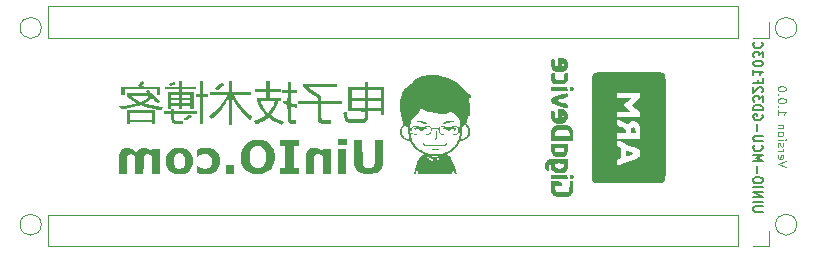
<source format=gbo>
%TF.GenerationSoftware,KiCad,Pcbnew,(6.0.11)*%
%TF.CreationDate,2023-01-31T11:35:00+08:00*%
%TF.ProjectId,UINIO-MCU-GD32F103C,55494e49-4f2d-44d4-9355-2d4744333246,Version 1.0.0*%
%TF.SameCoordinates,PX9357ba0PY5667240*%
%TF.FileFunction,Legend,Bot*%
%TF.FilePolarity,Positive*%
%FSLAX46Y46*%
G04 Gerber Fmt 4.6, Leading zero omitted, Abs format (unit mm)*
G04 Created by KiCad (PCBNEW (6.0.11)) date 2023-01-31 11:35:00*
%MOMM*%
%LPD*%
G01*
G04 APERTURE LIST*
%ADD10C,0.150000*%
%ADD11C,0.100000*%
%ADD12C,0.300000*%
%ADD13C,0.120000*%
%ADD14R,1.700000X1.700000*%
%ADD15O,1.700000X1.700000*%
%ADD16C,1.200000*%
%ADD17C,0.650000*%
%ADD18O,2.100000X1.000000*%
%ADD19O,1.900000X1.000000*%
G04 APERTURE END LIST*
D10*
X28708095Y-17371904D02*
X28060476Y-17371904D01*
X27984285Y-17333809D01*
X27946190Y-17295714D01*
X27908095Y-17219523D01*
X27908095Y-17067142D01*
X27946190Y-16990952D01*
X27984285Y-16952857D01*
X28060476Y-16914761D01*
X28708095Y-16914761D01*
X27908095Y-16533809D02*
X28708095Y-16533809D01*
X27908095Y-16152857D02*
X28708095Y-16152857D01*
X27908095Y-15695714D01*
X28708095Y-15695714D01*
X27908095Y-15314761D02*
X28708095Y-15314761D01*
X28708095Y-14781428D02*
X28708095Y-14629047D01*
X28670000Y-14552857D01*
X28593809Y-14476666D01*
X28441428Y-14438571D01*
X28174761Y-14438571D01*
X28022380Y-14476666D01*
X27946190Y-14552857D01*
X27908095Y-14629047D01*
X27908095Y-14781428D01*
X27946190Y-14857619D01*
X28022380Y-14933809D01*
X28174761Y-14971904D01*
X28441428Y-14971904D01*
X28593809Y-14933809D01*
X28670000Y-14857619D01*
X28708095Y-14781428D01*
X28212857Y-14095714D02*
X28212857Y-13486190D01*
X27908095Y-13105238D02*
X28708095Y-13105238D01*
X28136666Y-12838571D01*
X28708095Y-12571904D01*
X27908095Y-12571904D01*
X27984285Y-11733809D02*
X27946190Y-11771904D01*
X27908095Y-11886190D01*
X27908095Y-11962380D01*
X27946190Y-12076666D01*
X28022380Y-12152857D01*
X28098571Y-12190952D01*
X28250952Y-12229047D01*
X28365238Y-12229047D01*
X28517619Y-12190952D01*
X28593809Y-12152857D01*
X28670000Y-12076666D01*
X28708095Y-11962380D01*
X28708095Y-11886190D01*
X28670000Y-11771904D01*
X28631904Y-11733809D01*
X28708095Y-11390952D02*
X28060476Y-11390952D01*
X27984285Y-11352857D01*
X27946190Y-11314761D01*
X27908095Y-11238571D01*
X27908095Y-11086190D01*
X27946190Y-11010000D01*
X27984285Y-10971904D01*
X28060476Y-10933809D01*
X28708095Y-10933809D01*
X28212857Y-10552857D02*
X28212857Y-9943333D01*
X28670000Y-9143333D02*
X28708095Y-9219523D01*
X28708095Y-9333809D01*
X28670000Y-9448095D01*
X28593809Y-9524285D01*
X28517619Y-9562380D01*
X28365238Y-9600476D01*
X28250952Y-9600476D01*
X28098571Y-9562380D01*
X28022380Y-9524285D01*
X27946190Y-9448095D01*
X27908095Y-9333809D01*
X27908095Y-9257619D01*
X27946190Y-9143333D01*
X27984285Y-9105238D01*
X28250952Y-9105238D01*
X28250952Y-9257619D01*
X27908095Y-8762380D02*
X28708095Y-8762380D01*
X28708095Y-8571904D01*
X28670000Y-8457619D01*
X28593809Y-8381428D01*
X28517619Y-8343333D01*
X28365238Y-8305238D01*
X28250952Y-8305238D01*
X28098571Y-8343333D01*
X28022380Y-8381428D01*
X27946190Y-8457619D01*
X27908095Y-8571904D01*
X27908095Y-8762380D01*
X28708095Y-8038571D02*
X28708095Y-7543333D01*
X28403333Y-7810000D01*
X28403333Y-7695714D01*
X28365238Y-7619523D01*
X28327142Y-7581428D01*
X28250952Y-7543333D01*
X28060476Y-7543333D01*
X27984285Y-7581428D01*
X27946190Y-7619523D01*
X27908095Y-7695714D01*
X27908095Y-7924285D01*
X27946190Y-8000476D01*
X27984285Y-8038571D01*
X28631904Y-7238571D02*
X28670000Y-7200476D01*
X28708095Y-7124285D01*
X28708095Y-6933809D01*
X28670000Y-6857619D01*
X28631904Y-6819523D01*
X28555714Y-6781428D01*
X28479523Y-6781428D01*
X28365238Y-6819523D01*
X27908095Y-7276666D01*
X27908095Y-6781428D01*
X28327142Y-6171904D02*
X28327142Y-6438571D01*
X27908095Y-6438571D02*
X28708095Y-6438571D01*
X28708095Y-6057619D01*
X27908095Y-5333809D02*
X27908095Y-5790952D01*
X27908095Y-5562380D02*
X28708095Y-5562380D01*
X28593809Y-5638571D01*
X28517619Y-5714761D01*
X28479523Y-5790952D01*
X28708095Y-4838571D02*
X28708095Y-4762380D01*
X28670000Y-4686190D01*
X28631904Y-4648095D01*
X28555714Y-4610000D01*
X28403333Y-4571904D01*
X28212857Y-4571904D01*
X28060476Y-4610000D01*
X27984285Y-4648095D01*
X27946190Y-4686190D01*
X27908095Y-4762380D01*
X27908095Y-4838571D01*
X27946190Y-4914761D01*
X27984285Y-4952857D01*
X28060476Y-4990952D01*
X28212857Y-5029047D01*
X28403333Y-5029047D01*
X28555714Y-4990952D01*
X28631904Y-4952857D01*
X28670000Y-4914761D01*
X28708095Y-4838571D01*
X28708095Y-4305238D02*
X28708095Y-3810000D01*
X28403333Y-4076666D01*
X28403333Y-3962380D01*
X28365238Y-3886190D01*
X28327142Y-3848095D01*
X28250952Y-3810000D01*
X28060476Y-3810000D01*
X27984285Y-3848095D01*
X27946190Y-3886190D01*
X27908095Y-3962380D01*
X27908095Y-4190952D01*
X27946190Y-4267142D01*
X27984285Y-4305238D01*
X27984285Y-3010000D02*
X27946190Y-3048095D01*
X27908095Y-3162380D01*
X27908095Y-3238571D01*
X27946190Y-3352857D01*
X28022380Y-3429047D01*
X28098571Y-3467142D01*
X28250952Y-3505238D01*
X28365238Y-3505238D01*
X28517619Y-3467142D01*
X28593809Y-3429047D01*
X28670000Y-3352857D01*
X28708095Y-3238571D01*
X28708095Y-3162380D01*
X28670000Y-3048095D01*
X28631904Y-3010000D01*
D11*
X30683333Y-13553333D02*
X29983333Y-13320000D01*
X30683333Y-13086666D01*
X30016666Y-12586666D02*
X29983333Y-12653333D01*
X29983333Y-12786666D01*
X30016666Y-12853333D01*
X30083333Y-12886666D01*
X30350000Y-12886666D01*
X30416666Y-12853333D01*
X30450000Y-12786666D01*
X30450000Y-12653333D01*
X30416666Y-12586666D01*
X30350000Y-12553333D01*
X30283333Y-12553333D01*
X30216666Y-12886666D01*
X29983333Y-12253333D02*
X30450000Y-12253333D01*
X30316666Y-12253333D02*
X30383333Y-12220000D01*
X30416666Y-12186666D01*
X30450000Y-12120000D01*
X30450000Y-12053333D01*
X30016666Y-11853333D02*
X29983333Y-11786666D01*
X29983333Y-11653333D01*
X30016666Y-11586666D01*
X30083333Y-11553333D01*
X30116666Y-11553333D01*
X30183333Y-11586666D01*
X30216666Y-11653333D01*
X30216666Y-11753333D01*
X30250000Y-11820000D01*
X30316666Y-11853333D01*
X30350000Y-11853333D01*
X30416666Y-11820000D01*
X30450000Y-11753333D01*
X30450000Y-11653333D01*
X30416666Y-11586666D01*
X29983333Y-11253333D02*
X30450000Y-11253333D01*
X30683333Y-11253333D02*
X30650000Y-11286666D01*
X30616666Y-11253333D01*
X30650000Y-11220000D01*
X30683333Y-11253333D01*
X30616666Y-11253333D01*
X29983333Y-10820000D02*
X30016666Y-10886666D01*
X30050000Y-10920000D01*
X30116666Y-10953333D01*
X30316666Y-10953333D01*
X30383333Y-10920000D01*
X30416666Y-10886666D01*
X30450000Y-10820000D01*
X30450000Y-10720000D01*
X30416666Y-10653333D01*
X30383333Y-10620000D01*
X30316666Y-10586666D01*
X30116666Y-10586666D01*
X30050000Y-10620000D01*
X30016666Y-10653333D01*
X29983333Y-10720000D01*
X29983333Y-10820000D01*
X30450000Y-10286666D02*
X29983333Y-10286666D01*
X30383333Y-10286666D02*
X30416666Y-10253333D01*
X30450000Y-10186666D01*
X30450000Y-10086666D01*
X30416666Y-10020000D01*
X30350000Y-9986666D01*
X29983333Y-9986666D01*
X29983333Y-8753333D02*
X29983333Y-9153333D01*
X29983333Y-8953333D02*
X30683333Y-8953333D01*
X30583333Y-9020000D01*
X30516666Y-9086666D01*
X30483333Y-9153333D01*
X30050000Y-8453333D02*
X30016666Y-8420000D01*
X29983333Y-8453333D01*
X30016666Y-8486666D01*
X30050000Y-8453333D01*
X29983333Y-8453333D01*
X30683333Y-7986666D02*
X30683333Y-7920000D01*
X30650000Y-7853333D01*
X30616666Y-7820000D01*
X30550000Y-7786666D01*
X30416666Y-7753333D01*
X30250000Y-7753333D01*
X30116666Y-7786666D01*
X30050000Y-7820000D01*
X30016666Y-7853333D01*
X29983333Y-7920000D01*
X29983333Y-7986666D01*
X30016666Y-8053333D01*
X30050000Y-8086666D01*
X30116666Y-8120000D01*
X30250000Y-8153333D01*
X30416666Y-8153333D01*
X30550000Y-8120000D01*
X30616666Y-8086666D01*
X30650000Y-8053333D01*
X30683333Y-7986666D01*
X30050000Y-7453333D02*
X30016666Y-7420000D01*
X29983333Y-7453333D01*
X30016666Y-7486666D01*
X30050000Y-7453333D01*
X29983333Y-7453333D01*
X30683333Y-6986666D02*
X30683333Y-6920000D01*
X30650000Y-6853333D01*
X30616666Y-6820000D01*
X30550000Y-6786666D01*
X30416666Y-6753333D01*
X30250000Y-6753333D01*
X30116666Y-6786666D01*
X30050000Y-6820000D01*
X30016666Y-6853333D01*
X29983333Y-6920000D01*
X29983333Y-6986666D01*
X30016666Y-7053333D01*
X30050000Y-7086666D01*
X30116666Y-7120000D01*
X30250000Y-7153333D01*
X30416666Y-7153333D01*
X30550000Y-7120000D01*
X30616666Y-7086666D01*
X30650000Y-7053333D01*
X30683333Y-6986666D01*
D12*
%TO.C,*%
D11*
%TO.C,HOLE\u002A\u002A*%
X31600000Y-18460000D02*
G75*
G03*
X31600000Y-18460000I-900000J0D01*
G01*
X-32360000Y-18460000D02*
G75*
G03*
X-32360000Y-18460000I-900000J0D01*
G01*
X-32360000Y-1800000D02*
G75*
G03*
X-32360000Y-1800000I-900000J0D01*
G01*
X31600000Y-1800000D02*
G75*
G03*
X31600000Y-1800000I-900000J0D01*
G01*
%TO.C,*%
G36*
X11508945Y-5525320D02*
G01*
X11365248Y-5523336D01*
X11182051Y-5505199D01*
X11058488Y-5458515D01*
X10952821Y-5371760D01*
X10915104Y-5331771D01*
X10842244Y-5218675D01*
X10807881Y-5069470D01*
X10799261Y-4839987D01*
X10805703Y-4666496D01*
X10826509Y-4518627D01*
X10856706Y-4461774D01*
X10893920Y-4457558D01*
X11013110Y-4423799D01*
X11025299Y-4419565D01*
X11079562Y-4427106D01*
X11105456Y-4509956D01*
X11112069Y-4692814D01*
X11134662Y-4929179D01*
X11203631Y-5092172D01*
X11312266Y-5149951D01*
X11336915Y-5096861D01*
X11355292Y-4950395D01*
X11355950Y-4930985D01*
X11737685Y-4930985D01*
X11738225Y-4959722D01*
X11758895Y-5094954D01*
X11800246Y-5149951D01*
X11808457Y-5148060D01*
X11847095Y-5075715D01*
X11862808Y-4930985D01*
X11862268Y-4902249D01*
X11841598Y-4767016D01*
X11800246Y-4712020D01*
X11792036Y-4713911D01*
X11753398Y-4786256D01*
X11737685Y-4930985D01*
X11355950Y-4930985D01*
X11362315Y-4743301D01*
X11362315Y-4336650D01*
X11670582Y-4336650D01*
X11687615Y-4336689D01*
X11883328Y-4350066D01*
X12008868Y-4400889D01*
X12114667Y-4508695D01*
X12189322Y-4623631D01*
X12227895Y-4774194D01*
X12221113Y-4989570D01*
X12208859Y-5088226D01*
X12144316Y-5302001D01*
X12019470Y-5436088D01*
X11814340Y-5505518D01*
X11800246Y-5506432D01*
X11508945Y-5525320D01*
G37*
G36*
X11648555Y-14222006D02*
G01*
X11907409Y-14228357D01*
X12068975Y-14243538D01*
X12152096Y-14269977D01*
X12175616Y-14310105D01*
X12179186Y-14356858D01*
X12213590Y-14497790D01*
X12216082Y-14504850D01*
X12213499Y-14545260D01*
X12162247Y-14571907D01*
X12043219Y-14587540D01*
X11837309Y-14594905D01*
X11525413Y-14596749D01*
X10799261Y-14596749D01*
X10799261Y-14221379D01*
X11487438Y-14221379D01*
X11648555Y-14222006D01*
G37*
G36*
X11252832Y-14797333D02*
G01*
X11396014Y-14803597D01*
X11572914Y-14818014D01*
X11668245Y-14846004D01*
X11710007Y-14898831D01*
X11726200Y-14987759D01*
X11732246Y-15073495D01*
X11706322Y-15133014D01*
X11615244Y-15155998D01*
X11429032Y-15159803D01*
X11316261Y-15161023D01*
X11181835Y-15175519D01*
X11124264Y-15217890D01*
X11112069Y-15302287D01*
X11134104Y-15423753D01*
X11209459Y-15583814D01*
X11212349Y-15587910D01*
X11278408Y-15659065D01*
X11371701Y-15699890D01*
X11524809Y-15718462D01*
X11770312Y-15722857D01*
X12025160Y-15715257D01*
X12207643Y-15675386D01*
X12309474Y-15580275D01*
X12353682Y-15406999D01*
X12363300Y-15132635D01*
X12366015Y-14954899D01*
X12383857Y-14839897D01*
X12430528Y-14793225D01*
X12519704Y-14784434D01*
X12572769Y-14785992D01*
X12631362Y-14806741D01*
X12662169Y-14873140D01*
X12674110Y-15011678D01*
X12676108Y-15248845D01*
X12671048Y-15496243D01*
X12648943Y-15665272D01*
X12599930Y-15788437D01*
X12514143Y-15905742D01*
X12491650Y-15932329D01*
X12415258Y-16012436D01*
X12333761Y-16061435D01*
X12217153Y-16086971D01*
X12035431Y-16096687D01*
X11758592Y-16098227D01*
X11721220Y-16098215D01*
X11454872Y-16095620D01*
X11278943Y-16083374D01*
X11162281Y-16054140D01*
X11073729Y-16000579D01*
X10982133Y-15915354D01*
X10942457Y-15874748D01*
X10864182Y-15776059D01*
X10821170Y-15665042D01*
X10803002Y-15504121D01*
X10799261Y-15255717D01*
X10799261Y-14778952D01*
X11252832Y-14797333D01*
G37*
G36*
X11741840Y-9899297D02*
G01*
X11518719Y-9904631D01*
X11308139Y-9900171D01*
X11163249Y-9876350D01*
X11061715Y-9818544D01*
X10961226Y-9712146D01*
X10871369Y-9585432D01*
X10814358Y-9419116D01*
X10799261Y-9187066D01*
X10804726Y-9026150D01*
X10835190Y-8880451D01*
X10898220Y-8816497D01*
X10979861Y-8790040D01*
X11064519Y-8798436D01*
X11102984Y-8889311D01*
X11112069Y-9083670D01*
X11112401Y-9116404D01*
X11139240Y-9340182D01*
X11205171Y-9466085D01*
X11230693Y-9485485D01*
X11291721Y-9502308D01*
X11332099Y-9442589D01*
X11354085Y-9313988D01*
X11737685Y-9313988D01*
X11738146Y-9344096D01*
X11757676Y-9471550D01*
X11800246Y-9497980D01*
X11843523Y-9419802D01*
X11862808Y-9275323D01*
X11844509Y-9145609D01*
X11800246Y-9091330D01*
X11791277Y-9093628D01*
X11753156Y-9167798D01*
X11737685Y-9313988D01*
X11354085Y-9313988D01*
X11358162Y-9290140D01*
X11376242Y-9028769D01*
X11393596Y-8684680D01*
X11670227Y-8690873D01*
X11792936Y-8698865D01*
X11959135Y-8749336D01*
X12092518Y-8866406D01*
X12156269Y-8955578D01*
X12237402Y-9204705D01*
X12210500Y-9468107D01*
X12076212Y-9712146D01*
X11982355Y-9812800D01*
X11882282Y-9873556D01*
X11800246Y-9888592D01*
X11741840Y-9899297D01*
G37*
G36*
X12201562Y-7363230D02*
G01*
X12230118Y-7418130D01*
X12226692Y-7511650D01*
X12218437Y-7563349D01*
X12184506Y-7635870D01*
X12104740Y-7692412D01*
X11953814Y-7747840D01*
X11706404Y-7817016D01*
X11557127Y-7857420D01*
X11381319Y-7912988D01*
X11314734Y-7958629D01*
X11360364Y-8004600D01*
X11521204Y-8061157D01*
X11800246Y-8138559D01*
X12013774Y-8200712D01*
X12141984Y-8257105D01*
X12203520Y-8323786D01*
X12226692Y-8419401D01*
X12228946Y-8441435D01*
X12215754Y-8558095D01*
X12137110Y-8590838D01*
X12106211Y-8589384D01*
X11935761Y-8561502D01*
X11704964Y-8506342D01*
X11450342Y-8434680D01*
X11208416Y-8357291D01*
X11015709Y-8284951D01*
X10908744Y-8228433D01*
X10838536Y-8128153D01*
X10799261Y-7965222D01*
X10805339Y-7888951D01*
X10860656Y-7760992D01*
X10988081Y-7656376D01*
X11205086Y-7563244D01*
X11529143Y-7469734D01*
X11732318Y-7418731D01*
X11971831Y-7364682D01*
X12121857Y-7345798D01*
X12201562Y-7363230D01*
G37*
G36*
X12222273Y-5619430D02*
G01*
X12233736Y-5745442D01*
X12238177Y-5934814D01*
X12238125Y-5955768D01*
X12225042Y-6172082D01*
X12178764Y-6315986D01*
X12084617Y-6435307D01*
X12018438Y-6494893D01*
X11908516Y-6554491D01*
X11755561Y-6582121D01*
X11518719Y-6588867D01*
X11356265Y-6586412D01*
X11177491Y-6567671D01*
X11056627Y-6520998D01*
X10952821Y-6435307D01*
X10887125Y-6350008D01*
X10811228Y-6157365D01*
X10790295Y-5949067D01*
X10826063Y-5766898D01*
X10920271Y-5652645D01*
X10962153Y-5630731D01*
X11062645Y-5596268D01*
X11104014Y-5646581D01*
X11112069Y-5801731D01*
X11124287Y-6022147D01*
X11179130Y-6146504D01*
X11303778Y-6201262D01*
X11525413Y-6213498D01*
X11862808Y-6213498D01*
X11862808Y-5961703D01*
X11871264Y-5813491D01*
X11917030Y-5710003D01*
X12023285Y-5648895D01*
X12138753Y-5607721D01*
X12210969Y-5587882D01*
X12222273Y-5619430D01*
G37*
G36*
X11648555Y-6777178D02*
G01*
X11907409Y-6783529D01*
X12068975Y-6798710D01*
X12152096Y-6825150D01*
X12175616Y-6865278D01*
X12179186Y-6912030D01*
X12213590Y-7052962D01*
X12216082Y-7060023D01*
X12213499Y-7100432D01*
X12162247Y-7127080D01*
X12043219Y-7142712D01*
X11837309Y-7150077D01*
X11525413Y-7151921D01*
X10799261Y-7151921D01*
X10799261Y-6776552D01*
X11487438Y-6776552D01*
X11648555Y-6777178D01*
G37*
G36*
X10799261Y-10880951D02*
G01*
X10799379Y-10825694D01*
X11112069Y-10825694D01*
X11112399Y-10850120D01*
X11124124Y-10906479D01*
X11169697Y-10941267D01*
X11271936Y-10959682D01*
X11453659Y-10966920D01*
X11737685Y-10968178D01*
X12363300Y-10968178D01*
X12363300Y-10784961D01*
X12362747Y-10753707D01*
X12326873Y-10585132D01*
X12222365Y-10477985D01*
X12031552Y-10421553D01*
X11736764Y-10405123D01*
X11535007Y-10408494D01*
X11375534Y-10426703D01*
X11278457Y-10468911D01*
X11209459Y-10544167D01*
X11147937Y-10664239D01*
X11112069Y-10825694D01*
X10799379Y-10825694D01*
X10799392Y-10819848D01*
X10806248Y-10594952D01*
X10831465Y-10447096D01*
X10885989Y-10336667D01*
X10980765Y-10224055D01*
X10992233Y-10211804D01*
X11081047Y-10124523D01*
X11168157Y-10070831D01*
X11285267Y-10042575D01*
X11464085Y-10031600D01*
X11736317Y-10029754D01*
X12009321Y-10031908D01*
X12190022Y-10043537D01*
X12309563Y-10072376D01*
X12399962Y-10126160D01*
X12493236Y-10212626D01*
X12531110Y-10251336D01*
X12610321Y-10350508D01*
X12653880Y-10461414D01*
X12672304Y-10621827D01*
X12676108Y-10869523D01*
X12676108Y-11343547D01*
X10799261Y-11343547D01*
X10799261Y-10880951D01*
G37*
G36*
X12573523Y-14238297D02*
G01*
X12679880Y-14288745D01*
X12707389Y-14409064D01*
X12706246Y-14443903D01*
X12664214Y-14545428D01*
X12535345Y-14585264D01*
X12434984Y-14589318D01*
X12375525Y-14543908D01*
X12363300Y-14409064D01*
X12369878Y-14295488D01*
X12415744Y-14233029D01*
X12535345Y-14232864D01*
X12573523Y-14238297D01*
G37*
G36*
X11238314Y-14076684D02*
G01*
X11108245Y-14021833D01*
X10982133Y-13913384D01*
X10961862Y-13892632D01*
X10835563Y-13710201D01*
X10799261Y-13501520D01*
X10794067Y-13437159D01*
X11112069Y-13437159D01*
X11151323Y-13572248D01*
X11289785Y-13681406D01*
X11509490Y-13720887D01*
X11716934Y-13697346D01*
X11829520Y-13616327D01*
X11862808Y-13463947D01*
X11862741Y-13438651D01*
X11853389Y-13349207D01*
X11807381Y-13302922D01*
X11695226Y-13285578D01*
X11487438Y-13282956D01*
X11478679Y-13282957D01*
X11274248Y-13286638D01*
X11164576Y-13305524D01*
X11120302Y-13351678D01*
X11112069Y-13437159D01*
X10794067Y-13437159D01*
X10788524Y-13368463D01*
X10750706Y-13292790D01*
X10700253Y-13316831D01*
X10652697Y-13429969D01*
X10623573Y-13621590D01*
X10604538Y-13797499D01*
X10569523Y-13879880D01*
X10508973Y-13882586D01*
X10461657Y-13866646D01*
X10356213Y-13846010D01*
X10334372Y-13821510D01*
X10308754Y-13703813D01*
X10298768Y-13521594D01*
X10304133Y-13373936D01*
X10344176Y-13189099D01*
X10434797Y-13052382D01*
X10494341Y-12995686D01*
X10565539Y-12954719D01*
X10668920Y-12928895D01*
X10827719Y-12914744D01*
X11065168Y-12908798D01*
X11404501Y-12907586D01*
X12238177Y-12907586D01*
X12238177Y-13319049D01*
X12233917Y-13528260D01*
X12210904Y-13685941D01*
X12155797Y-13799915D01*
X12055305Y-13913384D01*
X12004247Y-13962354D01*
X11882596Y-14048237D01*
X11737614Y-14087124D01*
X11518719Y-14096256D01*
X11509490Y-14096152D01*
X11422922Y-14095177D01*
X11238314Y-14076684D01*
G37*
G36*
X12573523Y-6793469D02*
G01*
X12679880Y-6843917D01*
X12707389Y-6964237D01*
X12706246Y-6999076D01*
X12664214Y-7100600D01*
X12535345Y-7140436D01*
X12434984Y-7144491D01*
X12375525Y-7099081D01*
X12363300Y-6964237D01*
X12369878Y-6850660D01*
X12415744Y-6788201D01*
X12535345Y-6788037D01*
X12573523Y-6793469D01*
G37*
G36*
X11518719Y-12719902D02*
G01*
X11450817Y-12719751D01*
X11233066Y-12713348D01*
X11096893Y-12690303D01*
X11007209Y-12640810D01*
X10928925Y-12555061D01*
X10852155Y-12424508D01*
X10810883Y-12249151D01*
X10804870Y-12116105D01*
X11112069Y-12116105D01*
X11124570Y-12238547D01*
X11180064Y-12307430D01*
X11305829Y-12337757D01*
X11529146Y-12344532D01*
X11714050Y-12341617D01*
X11817540Y-12321091D01*
X11856703Y-12265364D01*
X11862808Y-12156847D01*
X11862808Y-11969163D01*
X11487438Y-11969163D01*
X11284630Y-11972513D01*
X11169262Y-11990374D01*
X11121492Y-12034125D01*
X11112069Y-12115140D01*
X11112069Y-12116105D01*
X10804870Y-12116105D01*
X10799261Y-11992007D01*
X10799261Y-11593793D01*
X12238177Y-11593793D01*
X12238177Y-11992007D01*
X12227447Y-12241419D01*
X12187432Y-12419039D01*
X12108513Y-12555061D01*
X12088993Y-12579344D01*
X12011176Y-12655549D01*
X11913584Y-12697838D01*
X11761128Y-12716020D01*
X11529146Y-12719735D01*
X11518719Y-12719902D01*
G37*
G36*
X-3620288Y-9139027D02*
G01*
X-3620288Y-8875229D01*
X-4669853Y-8875229D01*
X-4681229Y-9172002D01*
X-4683582Y-9225275D01*
X-4690009Y-9330357D01*
X-4697955Y-9423298D01*
X-4706630Y-9495584D01*
X-4715245Y-9538705D01*
X-4750260Y-9617039D01*
X-4824865Y-9707613D01*
X-4927807Y-9774772D01*
X-5057370Y-9817119D01*
X-5071204Y-9819064D01*
X-5125557Y-9822749D01*
X-5209801Y-9825802D01*
X-5318657Y-9828126D01*
X-5446845Y-9829624D01*
X-5589084Y-9830199D01*
X-5740095Y-9829751D01*
X-5789569Y-9829426D01*
X-5959707Y-9827999D01*
X-6097643Y-9825757D01*
X-6207735Y-9821959D01*
X-6294345Y-9815863D01*
X-6361833Y-9806730D01*
X-6414560Y-9793817D01*
X-6456887Y-9776383D01*
X-6493174Y-9753689D01*
X-6527782Y-9724991D01*
X-6565072Y-9689550D01*
X-6604172Y-9643908D01*
X-6643678Y-9575142D01*
X-6677938Y-9485046D01*
X-6708961Y-9368169D01*
X-6738761Y-9219063D01*
X-6744091Y-9189370D01*
X-6758071Y-9112633D01*
X-6769675Y-9050490D01*
X-6776812Y-9014199D01*
X-6777839Y-9008460D01*
X-6775037Y-8988121D01*
X-6755924Y-8970131D01*
X-6713923Y-8950045D01*
X-6642452Y-8923416D01*
X-6622046Y-8916252D01*
X-6558577Y-8895125D01*
X-6512943Y-8881713D01*
X-6493913Y-8878659D01*
X-6489558Y-8896685D01*
X-6481099Y-8944919D01*
X-6469906Y-9015673D01*
X-6457231Y-9101341D01*
X-6436526Y-9224273D01*
X-6407909Y-9338441D01*
X-6373037Y-9423001D01*
X-6330057Y-9482269D01*
X-6277113Y-9520563D01*
X-6276892Y-9520673D01*
X-6253708Y-9530400D01*
X-6224733Y-9538018D01*
X-6185412Y-9543773D01*
X-6131189Y-9547913D01*
X-6057507Y-9550684D01*
X-5959810Y-9552335D01*
X-5833541Y-9553111D01*
X-5674146Y-9553260D01*
X-5574619Y-9553162D01*
X-5426707Y-9552456D01*
X-5309888Y-9550458D01*
X-5219958Y-9546453D01*
X-5152715Y-9539726D01*
X-5103955Y-9529564D01*
X-5069475Y-9515249D01*
X-5045072Y-9496068D01*
X-5026543Y-9471306D01*
X-5009684Y-9440248D01*
X-4996663Y-9409327D01*
X-4987042Y-9368638D01*
X-4981765Y-9313634D01*
X-4980127Y-9236546D01*
X-4981420Y-9129605D01*
X-4986386Y-8884650D01*
X-5669435Y-8879704D01*
X-6352484Y-8874759D01*
X-6352484Y-8611430D01*
X-6051000Y-8611430D01*
X-3620288Y-8611430D01*
X-3620288Y-7989620D01*
X-4675481Y-7989620D01*
X-4675481Y-8611430D01*
X-4976965Y-8611430D01*
X-4976965Y-7989620D01*
X-6051000Y-7989620D01*
X-6051000Y-8611430D01*
X-6352484Y-8611430D01*
X-6352484Y-7725822D01*
X-6051000Y-7725822D01*
X-3620288Y-7725822D01*
X-3620288Y-7085169D01*
X-4675481Y-7085169D01*
X-4675481Y-7725822D01*
X-4976053Y-7725822D01*
X-4981220Y-7410206D01*
X-4986386Y-7094591D01*
X-5518693Y-7089587D01*
X-6051000Y-7084582D01*
X-6051000Y-7725822D01*
X-6352484Y-7725822D01*
X-6352484Y-6821371D01*
X-4976965Y-6821371D01*
X-4976965Y-6350303D01*
X-4675481Y-6350303D01*
X-4675481Y-6821371D01*
X-3318804Y-6821371D01*
X-3318804Y-9139027D01*
X-3620288Y-9139027D01*
G37*
G36*
X698230Y-12857016D02*
G01*
X706952Y-12863798D01*
X686846Y-12868400D01*
X667735Y-12867067D01*
X662115Y-12858503D01*
X668781Y-12854769D01*
X698230Y-12857016D01*
G37*
G36*
X-22579358Y-7755939D02*
G01*
X-22469465Y-7842696D01*
X-22278063Y-7985035D01*
X-22366477Y-8072120D01*
X-22411735Y-8114733D01*
X-22449977Y-8146903D01*
X-22470379Y-8159205D01*
X-22478410Y-8156205D01*
X-22512831Y-8134222D01*
X-22566741Y-8094927D01*
X-22634068Y-8043119D01*
X-22708741Y-7983600D01*
X-22784689Y-7921169D01*
X-22855843Y-7860625D01*
X-22916130Y-7806770D01*
X-23029680Y-7701642D01*
X-23184443Y-7852166D01*
X-23229678Y-7894667D01*
X-23316109Y-7970162D01*
X-23403172Y-8040369D01*
X-23477556Y-8094291D01*
X-23615906Y-8185892D01*
X-23515241Y-8220320D01*
X-23453254Y-8240399D01*
X-23298981Y-8283882D01*
X-23118955Y-8327676D01*
X-22921196Y-8370113D01*
X-22713721Y-8409527D01*
X-22504549Y-8444249D01*
X-22301700Y-8472614D01*
X-22036747Y-8505738D01*
X-22113273Y-8632616D01*
X-22140605Y-8676549D01*
X-22175905Y-8725332D01*
X-22203152Y-8748750D01*
X-22227484Y-8752180D01*
X-22251494Y-8748063D01*
X-22307882Y-8739148D01*
X-22384668Y-8727426D01*
X-22472439Y-8714350D01*
X-22765887Y-8665301D01*
X-23249536Y-8557497D01*
X-23712638Y-8419353D01*
X-23935330Y-8343912D01*
X-24139015Y-8411574D01*
X-24219501Y-8437454D01*
X-24562689Y-8530208D01*
X-24933049Y-8603203D01*
X-25333379Y-8657013D01*
X-25416954Y-8666266D01*
X-25489052Y-8672703D01*
X-25538914Y-8670697D01*
X-25574927Y-8656630D01*
X-25605475Y-8626886D01*
X-25638946Y-8577847D01*
X-25683724Y-8505897D01*
X-25756039Y-8390942D01*
X-25452073Y-8379724D01*
X-25331343Y-8374079D01*
X-24923554Y-8336042D01*
X-24537004Y-8269319D01*
X-24525479Y-8266840D01*
X-24418565Y-8243673D01*
X-24346526Y-8225466D01*
X-24307745Y-8208674D01*
X-24300608Y-8189752D01*
X-24323499Y-8165155D01*
X-24374803Y-8131337D01*
X-24452904Y-8084753D01*
X-24575327Y-8007140D01*
X-24704011Y-7916634D01*
X-24825693Y-7822700D01*
X-24931515Y-7732185D01*
X-25012621Y-7651940D01*
X-25044469Y-7614884D01*
X-25068950Y-7575080D01*
X-24693853Y-7575080D01*
X-24628918Y-7642601D01*
X-24616252Y-7655194D01*
X-24545306Y-7715194D01*
X-24450548Y-7783994D01*
X-24340385Y-7856035D01*
X-24223222Y-7925754D01*
X-24107464Y-7987591D01*
X-24073010Y-8004493D01*
X-24006118Y-8035517D01*
X-23954673Y-8056976D01*
X-23927686Y-8064991D01*
X-23896955Y-8056063D01*
X-23840922Y-8028675D01*
X-23768264Y-7987163D01*
X-23686044Y-7935941D01*
X-23601326Y-7879423D01*
X-23521175Y-7822024D01*
X-23452654Y-7768157D01*
X-23408159Y-7731251D01*
X-23357648Y-7689298D01*
X-23320349Y-7655569D01*
X-23298707Y-7629173D01*
X-23295171Y-7609219D01*
X-23312187Y-7594816D01*
X-23352202Y-7585073D01*
X-23417662Y-7579100D01*
X-23511014Y-7576005D01*
X-23634705Y-7574897D01*
X-23791182Y-7574886D01*
X-23982891Y-7575080D01*
X-24693853Y-7575080D01*
X-25068950Y-7575080D01*
X-25069381Y-7574380D01*
X-25079957Y-7528837D01*
X-25082157Y-7461970D01*
X-25082157Y-7348967D01*
X-24234235Y-7348967D01*
X-24166684Y-7348950D01*
X-23968668Y-7348607D01*
X-23804842Y-7347710D01*
X-23672529Y-7346110D01*
X-23569051Y-7343659D01*
X-23491730Y-7340207D01*
X-23437890Y-7335604D01*
X-23404852Y-7329703D01*
X-23389939Y-7322353D01*
X-23390474Y-7313405D01*
X-23403778Y-7302711D01*
X-23412471Y-7295360D01*
X-23441629Y-7264022D01*
X-23478676Y-7219403D01*
X-23536107Y-7146891D01*
X-23407447Y-7090062D01*
X-23278786Y-7033234D01*
X-23183527Y-7158126D01*
X-23143421Y-7207978D01*
X-23053286Y-7309187D01*
X-22944425Y-7421670D01*
X-22824225Y-7538344D01*
X-22746892Y-7609219D01*
X-22700074Y-7652128D01*
X-22579358Y-7755939D01*
G37*
G36*
X430899Y-12860466D02*
G01*
X421478Y-12869887D01*
X412056Y-12860466D01*
X421478Y-12851045D01*
X430899Y-12860466D01*
G37*
G36*
X-21070503Y-6355139D02*
G01*
X-21042425Y-6384055D01*
X-21010152Y-6430384D01*
X-20961496Y-6510466D01*
X-21170528Y-6616163D01*
X-21175315Y-6618582D01*
X-21256662Y-6659004D01*
X-21326287Y-6692405D01*
X-21376928Y-6715376D01*
X-21401324Y-6724509D01*
X-21411651Y-6720888D01*
X-21437671Y-6694157D01*
X-21467031Y-6651145D01*
X-21493081Y-6603334D01*
X-21509169Y-6562205D01*
X-21508643Y-6539240D01*
X-21488329Y-6526906D01*
X-21440581Y-6503015D01*
X-21374918Y-6472299D01*
X-21300000Y-6438586D01*
X-21224491Y-6405703D01*
X-21157051Y-6377477D01*
X-21106343Y-6357734D01*
X-21081028Y-6350303D01*
X-21070503Y-6355139D01*
G37*
G36*
X1655676Y-12747410D02*
G01*
X1646255Y-12756831D01*
X1636834Y-12747410D01*
X1646255Y-12737988D01*
X1655676Y-12747410D01*
G37*
G36*
X2441663Y-9650733D02*
G01*
X2531133Y-9653730D01*
X2614436Y-9659128D01*
X2683693Y-9666424D01*
X2731026Y-9675113D01*
X2748555Y-9684692D01*
X2744369Y-9688482D01*
X2711981Y-9698500D01*
X2654528Y-9709923D01*
X2580380Y-9720946D01*
X2567095Y-9722782D01*
X2479688Y-9738686D01*
X2371419Y-9762990D01*
X2254786Y-9792725D01*
X2142287Y-9824927D01*
X2029561Y-9857841D01*
X1904023Y-9889006D01*
X1803899Y-9905816D01*
X1724120Y-9909053D01*
X1659617Y-9899501D01*
X1628471Y-9884762D01*
X1628019Y-9862831D01*
X1662182Y-9833274D01*
X1731807Y-9794862D01*
X1808179Y-9761337D01*
X1956064Y-9712232D01*
X2116005Y-9675160D01*
X2272231Y-9654225D01*
X2275743Y-9653960D01*
X2353907Y-9650642D01*
X2441663Y-9650733D01*
G37*
G36*
X374371Y-12766252D02*
G01*
X364949Y-12775674D01*
X355528Y-12766252D01*
X364949Y-12756831D01*
X374371Y-12766252D01*
G37*
G36*
X-23780420Y-6335834D02*
G01*
X-23723525Y-6369426D01*
X-23672516Y-6402811D01*
X-23649134Y-6430337D01*
X-23651215Y-6460614D01*
X-23676594Y-6502252D01*
X-23723109Y-6563860D01*
X-23745638Y-6592946D01*
X-23781211Y-6637247D01*
X-23809124Y-6673314D01*
X-23826647Y-6701982D01*
X-23831052Y-6724085D01*
X-23819612Y-6740459D01*
X-23789596Y-6751941D01*
X-23738278Y-6759363D01*
X-23662928Y-6763564D01*
X-23560819Y-6765376D01*
X-23429222Y-6765637D01*
X-23265407Y-6765181D01*
X-23066648Y-6764843D01*
X-22274591Y-6764843D01*
X-22274591Y-7462024D01*
X-22538389Y-7462024D01*
X-22538389Y-7009798D01*
X-25308270Y-7009798D01*
X-25308270Y-7462024D01*
X-25572068Y-7462024D01*
X-25572068Y-6764843D01*
X-23999374Y-6764843D01*
X-24074408Y-6714831D01*
X-24098873Y-6698465D01*
X-24138088Y-6671924D01*
X-24156814Y-6658782D01*
X-24151032Y-6643851D01*
X-24126048Y-6606199D01*
X-24086611Y-6552711D01*
X-24037827Y-6490096D01*
X-23984803Y-6425059D01*
X-23932644Y-6364310D01*
X-23863624Y-6286534D01*
X-23780420Y-6335834D01*
G37*
G36*
X-12353424Y-8125054D02*
G01*
X-12389633Y-8233217D01*
X-12436673Y-8357492D01*
X-12489214Y-8484802D01*
X-12541924Y-8602071D01*
X-12589470Y-8696223D01*
X-12628651Y-8763564D01*
X-12705665Y-8884125D01*
X-12795771Y-9014396D01*
X-12891505Y-9143329D01*
X-12931145Y-9194739D01*
X-12774419Y-9296560D01*
X-12717275Y-9332530D01*
X-12553571Y-9426429D01*
X-12372649Y-9519518D01*
X-12188403Y-9604868D01*
X-12014724Y-9675548D01*
X-11953204Y-9698650D01*
X-11886246Y-9724270D01*
X-11839566Y-9742714D01*
X-11820703Y-9751049D01*
X-11820830Y-9753047D01*
X-11834314Y-9776727D01*
X-11864202Y-9820742D01*
X-11905495Y-9877629D01*
X-11995882Y-9998935D01*
X-12142626Y-9936824D01*
X-12255534Y-9886858D01*
X-12482027Y-9775442D01*
X-12706939Y-9651420D01*
X-12912494Y-9524316D01*
X-12933589Y-9510408D01*
X-13009480Y-9460819D01*
X-13071975Y-9420675D01*
X-13115082Y-9393791D01*
X-13132814Y-9383982D01*
X-13135501Y-9385068D01*
X-13161190Y-9401417D01*
X-13207059Y-9433321D01*
X-13265461Y-9475501D01*
X-13305083Y-9504165D01*
X-13530919Y-9653007D01*
X-13775405Y-9789639D01*
X-14048046Y-9919452D01*
X-14148370Y-9963820D01*
X-14261277Y-9828524D01*
X-14374183Y-9693228D01*
X-14193119Y-9631395D01*
X-14162636Y-9620744D01*
X-14057475Y-9581378D01*
X-13950180Y-9538041D01*
X-13859803Y-9498337D01*
X-13808120Y-9472913D01*
X-13723777Y-9427793D01*
X-13634664Y-9376845D01*
X-13548415Y-9324723D01*
X-13472666Y-9276082D01*
X-13415052Y-9235574D01*
X-13383210Y-9207853D01*
X-13379559Y-9192619D01*
X-13392653Y-9161877D01*
X-13427531Y-9113668D01*
X-13486912Y-9043695D01*
X-13516836Y-9009069D01*
X-13629448Y-8866727D01*
X-13736313Y-8713569D01*
X-13834574Y-8555072D01*
X-13921375Y-8396713D01*
X-13993859Y-8243969D01*
X-14049170Y-8102316D01*
X-14075642Y-8008463D01*
X-13779059Y-8008463D01*
X-13766527Y-8050859D01*
X-13760824Y-8069008D01*
X-13726052Y-8159748D01*
X-13677190Y-8268058D01*
X-13619726Y-8382850D01*
X-13559145Y-8493038D01*
X-13500935Y-8587533D01*
X-13479333Y-8619093D01*
X-13410450Y-8712249D01*
X-13335503Y-8805394D01*
X-13267267Y-8882407D01*
X-13143307Y-9012400D01*
X-13048561Y-8891997D01*
X-13043728Y-8885842D01*
X-12901546Y-8690432D01*
X-12786992Y-8499926D01*
X-12694007Y-8303053D01*
X-12616530Y-8088545D01*
X-12591230Y-8008463D01*
X-13779059Y-8008463D01*
X-14075642Y-8008463D01*
X-14084451Y-7977233D01*
X-14096846Y-7874196D01*
X-14096846Y-7763508D01*
X-13305451Y-7763508D01*
X-13305451Y-7198226D01*
X-14304116Y-7198226D01*
X-14304116Y-6934427D01*
X-13305451Y-6934427D01*
X-13305451Y-6331460D01*
X-13022810Y-6331460D01*
X-13022810Y-6934427D01*
X-12061831Y-6934427D01*
X-12061831Y-7198226D01*
X-13022810Y-7198226D01*
X-13022810Y-7763508D01*
X-12061831Y-7763508D01*
X-12061831Y-8008463D01*
X-12320732Y-8008463D01*
X-12345544Y-8097966D01*
X-12353424Y-8125054D01*
G37*
G36*
X570725Y-12852524D02*
G01*
X572219Y-12869887D01*
X568352Y-12875526D01*
X552265Y-12888730D01*
X550384Y-12888240D01*
X543955Y-12869887D01*
X544722Y-12864723D01*
X563910Y-12851045D01*
X570725Y-12852524D01*
G37*
G36*
X268893Y-10256614D02*
G01*
X304751Y-10300605D01*
X315722Y-10344160D01*
X292242Y-10380436D01*
X286013Y-10384947D01*
X258117Y-10388054D01*
X218610Y-10363901D01*
X190980Y-10345136D01*
X127556Y-10325181D01*
X71887Y-10340129D01*
X28553Y-10389366D01*
X26383Y-10393249D01*
X-14938Y-10444834D01*
X-65234Y-10483009D01*
X-100489Y-10496871D01*
X-181201Y-10504623D01*
X-259674Y-10485132D01*
X-325331Y-10442035D01*
X-367599Y-10378972D01*
X-388760Y-10322772D01*
X-511238Y-10335725D01*
X-571981Y-10342998D01*
X-620139Y-10350481D01*
X-641451Y-10356126D01*
X-638859Y-10369437D01*
X-617898Y-10398147D01*
X-597428Y-10424880D01*
X-589318Y-10460952D01*
X-616238Y-10484199D01*
X-650547Y-10486937D01*
X-702147Y-10461015D01*
X-754883Y-10403330D01*
X-764198Y-10389752D01*
X-789988Y-10335499D01*
X-784217Y-10294022D01*
X-746474Y-10258242D01*
X-727899Y-10248923D01*
X-698076Y-10240684D01*
X-653830Y-10234140D01*
X-590508Y-10228917D01*
X-503457Y-10224639D01*
X-388027Y-10220933D01*
X-239563Y-10217423D01*
X219944Y-10207665D01*
X268893Y-10256614D01*
G37*
G36*
X631888Y-12857326D02*
G01*
X634836Y-12862993D01*
X619326Y-12869887D01*
X609351Y-12868528D01*
X606764Y-12857326D01*
X609526Y-12855070D01*
X631888Y-12857326D01*
G37*
G36*
X-12593202Y-12825360D02*
G01*
X-12603287Y-12977780D01*
X-12620716Y-13115608D01*
X-12645122Y-13227591D01*
X-12650212Y-13244659D01*
X-12732181Y-13451980D01*
X-12843754Y-13637623D01*
X-12982416Y-13799468D01*
X-13145653Y-13935391D01*
X-13330952Y-14043272D01*
X-13535798Y-14120989D01*
X-13757677Y-14166420D01*
X-13888225Y-14180150D01*
X-14006941Y-14185448D01*
X-14123927Y-14181403D01*
X-14257009Y-14168077D01*
X-14370732Y-14150596D01*
X-14595456Y-14091796D01*
X-14796482Y-14004103D01*
X-14973042Y-13888185D01*
X-15124368Y-13744711D01*
X-15249694Y-13574349D01*
X-15348252Y-13377767D01*
X-15419274Y-13155634D01*
X-15425641Y-13127617D01*
X-15449252Y-12972866D01*
X-15460307Y-12798911D01*
X-15460180Y-12783587D01*
X-14717338Y-12783587D01*
X-14713000Y-12907808D01*
X-14701037Y-13013223D01*
X-14698111Y-13029364D01*
X-14652678Y-13190828D01*
X-14582621Y-13335578D01*
X-14491475Y-13458744D01*
X-14382776Y-13555454D01*
X-14260060Y-13620837D01*
X-14171188Y-13646301D01*
X-14028718Y-13660566D01*
X-13885310Y-13646796D01*
X-13750910Y-13606275D01*
X-13635464Y-13540284D01*
X-13580181Y-13492438D01*
X-13483735Y-13373125D01*
X-13409467Y-13226661D01*
X-13358384Y-13055967D01*
X-13331491Y-12863961D01*
X-13329797Y-12653565D01*
X-13332619Y-12608379D01*
X-13360200Y-12403088D01*
X-13410355Y-12227339D01*
X-13482898Y-12081372D01*
X-13577642Y-11965426D01*
X-13694400Y-11879743D01*
X-13832985Y-11824561D01*
X-13993211Y-11800122D01*
X-14041143Y-11798183D01*
X-14119151Y-11799976D01*
X-14185008Y-11811273D01*
X-14255479Y-11834255D01*
X-14257897Y-11835172D01*
X-14388901Y-11904000D01*
X-14499687Y-12003215D01*
X-14591114Y-12133788D01*
X-14664039Y-12296690D01*
X-14669537Y-12313452D01*
X-14690151Y-12405493D01*
X-14705359Y-12521689D01*
X-14714606Y-12651300D01*
X-14717338Y-12783587D01*
X-15460180Y-12783587D01*
X-15458821Y-12619305D01*
X-15444810Y-12447601D01*
X-15418290Y-12297354D01*
X-15409276Y-12261954D01*
X-15334362Y-12046700D01*
X-15231332Y-11854936D01*
X-15101574Y-11688198D01*
X-14946475Y-11548024D01*
X-14767423Y-11435949D01*
X-14565806Y-11353509D01*
X-14446981Y-11321225D01*
X-14230496Y-11285712D01*
X-14007631Y-11275756D01*
X-13785754Y-11290685D01*
X-13572229Y-11329827D01*
X-13374426Y-11392511D01*
X-13199709Y-11478064D01*
X-13179568Y-11490494D01*
X-13019369Y-11613631D01*
X-12880729Y-11765470D01*
X-12765914Y-11942589D01*
X-12677189Y-12141564D01*
X-12616820Y-12358970D01*
X-12610681Y-12393109D01*
X-12596532Y-12521770D01*
X-12591447Y-12653565D01*
X-12590828Y-12669605D01*
X-12593202Y-12825360D01*
G37*
G36*
X1099533Y-10543541D02*
G01*
X1110260Y-10562967D01*
X1118072Y-10601296D01*
X1124192Y-10664787D01*
X1129842Y-10759698D01*
X1135078Y-10835872D01*
X1144255Y-10922879D01*
X1155172Y-10993105D01*
X1166446Y-11036104D01*
X1172918Y-11053509D01*
X1177609Y-11120744D01*
X1145883Y-11178673D01*
X1077631Y-11227533D01*
X1060814Y-11235588D01*
X1013322Y-11252403D01*
X982622Y-11254639D01*
X974607Y-11250202D01*
X959506Y-11221041D01*
X965697Y-11185347D01*
X991470Y-11161165D01*
X1014464Y-11150454D01*
X1056005Y-11122431D01*
X1063484Y-11115728D01*
X1077020Y-11095573D01*
X1075206Y-11067026D01*
X1058332Y-11016949D01*
X1053287Y-11001255D01*
X1039485Y-10929425D01*
X1030734Y-10838032D01*
X1027600Y-10740824D01*
X1030652Y-10651549D01*
X1040456Y-10583954D01*
X1057163Y-10546843D01*
X1086357Y-10537044D01*
X1099533Y-10543541D01*
G37*
G36*
X-530080Y-13915659D02*
G01*
X-539502Y-13925080D01*
X-548923Y-13915659D01*
X-539502Y-13906238D01*
X-530080Y-13915659D01*
G37*
G36*
X2363393Y-12880299D02*
G01*
X2436945Y-13030639D01*
X2513347Y-13205702D01*
X2590891Y-13401594D01*
X2667867Y-13614421D01*
X2742568Y-13840288D01*
X2755083Y-13879892D01*
X2783976Y-13971192D01*
X2808275Y-14047792D01*
X2825731Y-14102612D01*
X2834098Y-14128573D01*
X2829530Y-14142636D01*
X2799441Y-14148551D01*
X2737972Y-14147416D01*
X2633642Y-14141772D01*
X2587655Y-14009873D01*
X2585568Y-14003896D01*
X2561426Y-13935954D01*
X2541101Y-13880739D01*
X2528804Y-13849709D01*
X2520277Y-13824654D01*
X2510732Y-13776870D01*
X2505333Y-13746968D01*
X2495666Y-13722439D01*
X2488563Y-13721309D01*
X2474713Y-13741391D01*
X2462561Y-13778880D01*
X2455778Y-13820896D01*
X2458031Y-13854558D01*
X2462005Y-13879545D01*
X2446906Y-13877871D01*
X2439522Y-13875971D01*
X2431335Y-13890730D01*
X2428739Y-13932868D01*
X2431121Y-14007411D01*
X2438382Y-14151193D01*
X-492395Y-14151193D01*
X-492395Y-14112396D01*
X-489456Y-14090594D01*
X-478263Y-14082322D01*
X-470287Y-14082321D01*
X-461564Y-14058356D01*
X-459439Y-14011424D01*
X-463544Y-13950491D01*
X-473508Y-13884525D01*
X-488962Y-13822492D01*
X-524152Y-13711379D01*
X-545164Y-13771654D01*
X-545930Y-13773896D01*
X-556637Y-13824385D01*
X-554347Y-13862753D01*
X-550594Y-13878986D01*
X-561203Y-13882029D01*
X-563626Y-13881568D01*
X-579696Y-13899547D01*
X-601569Y-13945014D01*
X-625644Y-14010779D01*
X-671401Y-14151076D01*
X-743331Y-14151135D01*
X-783113Y-14149412D01*
X-805690Y-14139927D01*
X-805737Y-14118218D01*
X-804323Y-14113228D01*
X-793716Y-14074751D01*
X-775986Y-14009739D01*
X-753225Y-13925882D01*
X-727526Y-13830867D01*
X-660136Y-13591309D01*
X-590165Y-13366193D01*
X-522095Y-13173309D01*
X-454885Y-13009931D01*
X-387495Y-12873333D01*
X-318883Y-12760790D01*
X-272105Y-12705630D01*
X-223141Y-12663601D01*
X268785Y-12663601D01*
X269529Y-12687619D01*
X270386Y-12693345D01*
X284473Y-12740438D01*
X308252Y-12794392D01*
X311731Y-12801065D01*
X332780Y-12837055D01*
X345327Y-12842993D01*
X355716Y-12822656D01*
X363928Y-12804028D01*
X372274Y-12807561D01*
X382277Y-12844760D01*
X382662Y-12846454D01*
X399970Y-12890608D01*
X422629Y-12914829D01*
X434051Y-12917375D01*
X447656Y-12906732D01*
X452457Y-12870932D01*
X449940Y-12803938D01*
X449763Y-12801103D01*
X450835Y-12766649D01*
X457858Y-12758895D01*
X461975Y-12767917D01*
X469120Y-12806644D01*
X473789Y-12862530D01*
X475715Y-12896021D01*
X482572Y-12935763D01*
X498713Y-12953827D01*
X530143Y-12960673D01*
X563565Y-12969831D01*
X571606Y-12983936D01*
X573398Y-12996965D01*
X598429Y-13021804D01*
X639721Y-13047958D01*
X686027Y-13068646D01*
X726102Y-13077087D01*
X751879Y-13081384D01*
X774060Y-13098555D01*
X779019Y-13101424D01*
X791203Y-13082361D01*
X805824Y-13044459D01*
X819390Y-12998587D01*
X828407Y-12955615D01*
X828910Y-12940548D01*
X959163Y-12940548D01*
X970487Y-12956078D01*
X1005602Y-12964101D01*
X1022307Y-12963518D01*
X1046781Y-12954409D01*
X1049339Y-12927882D01*
X1032447Y-12875825D01*
X1012184Y-12822781D01*
X1146923Y-12822781D01*
X1149602Y-12835867D01*
X1170476Y-12851333D01*
X1181620Y-12854485D01*
X1166636Y-12868950D01*
X1162397Y-12871806D01*
X1148951Y-12893501D01*
X1160087Y-12927882D01*
X1160741Y-12929901D01*
X1175802Y-12963967D01*
X1193562Y-13014178D01*
X1199971Y-13031836D01*
X1231181Y-13062555D01*
X1283532Y-13062877D01*
X1299231Y-13055072D01*
X1310015Y-13032974D01*
X1315181Y-12989136D01*
X1316507Y-12915613D01*
X1316457Y-12892322D01*
X1314871Y-12829521D01*
X1310945Y-12803938D01*
X1335350Y-12803938D01*
X1341203Y-12835004D01*
X1358903Y-12851333D01*
X1371946Y-12854143D01*
X1357681Y-12867333D01*
X1357217Y-12867636D01*
X1340874Y-12899618D01*
X1340335Y-12915613D01*
X1338838Y-12960071D01*
X1339254Y-12965339D01*
X1345256Y-13010309D01*
X1356450Y-13025574D01*
X1377746Y-13018506D01*
X1397239Y-13000041D01*
X1412907Y-12958454D01*
X1413227Y-12952965D01*
X1416807Y-12933078D01*
X1423589Y-12949341D01*
X1425676Y-12956461D01*
X1439299Y-12971617D01*
X1468510Y-12958941D01*
X1489086Y-12939213D01*
X1501509Y-12901385D01*
X1504934Y-12837091D01*
X1505000Y-12832202D01*
X1527002Y-12832202D01*
X1528704Y-12857582D01*
X1538545Y-12898524D01*
X1555730Y-12903191D01*
X1579642Y-12871126D01*
X1584600Y-12861253D01*
X1599272Y-12809044D01*
X1591147Y-12771335D01*
X1561598Y-12756831D01*
X1539183Y-12761366D01*
X1527989Y-12783146D01*
X1527002Y-12832202D01*
X1505000Y-12832202D01*
X1505544Y-12791938D01*
X1510599Y-12755688D01*
X1524606Y-12740844D01*
X1552041Y-12737988D01*
X1617991Y-12737988D01*
X1618351Y-12771878D01*
X1620015Y-12809044D01*
X1620292Y-12815241D01*
X1623350Y-12832202D01*
X1624006Y-12831954D01*
X1637844Y-12814353D01*
X1661035Y-12777477D01*
X1675513Y-12750164D01*
X1692461Y-12695120D01*
X1685768Y-12657626D01*
X1655676Y-12643775D01*
X1646960Y-12644178D01*
X1628397Y-12653295D01*
X1626920Y-12658237D01*
X1619975Y-12681479D01*
X1618983Y-12709724D01*
X1617991Y-12737988D01*
X1552041Y-12737988D01*
X1582768Y-12732456D01*
X1599148Y-12709724D01*
X1596862Y-12695104D01*
X1574443Y-12682479D01*
X1528232Y-12698927D01*
X1508771Y-12708411D01*
X1460499Y-12727383D01*
X1447834Y-12732878D01*
X1432433Y-12756360D01*
X1433162Y-12804129D01*
X1433463Y-12806810D01*
X1432945Y-12853027D01*
X1419622Y-12869887D01*
X1406678Y-12855401D01*
X1406702Y-12813359D01*
X1409373Y-12788007D01*
X1402524Y-12762807D01*
X1375174Y-12756831D01*
X1374239Y-12756835D01*
X1343849Y-12767347D01*
X1335350Y-12803938D01*
X1310945Y-12803938D01*
X1309478Y-12794376D01*
X1298166Y-12779042D01*
X1278822Y-12775674D01*
X1254999Y-12781547D01*
X1241136Y-12812247D01*
X1238378Y-12833817D01*
X1224051Y-12859380D01*
X1215586Y-12857729D01*
X1216827Y-12832228D01*
X1216866Y-12832077D01*
X1216112Y-12802486D01*
X1186806Y-12794516D01*
X1162834Y-12799816D01*
X1146923Y-12822781D01*
X1012184Y-12822781D01*
X1010581Y-12825666D01*
X986007Y-12869887D01*
X968282Y-12907592D01*
X959163Y-12940548D01*
X828910Y-12940548D01*
X829382Y-12926416D01*
X828140Y-12913712D01*
X837082Y-12911998D01*
X837246Y-12912155D01*
X854631Y-12907257D01*
X876558Y-12876870D01*
X884849Y-12860658D01*
X899433Y-12825666D01*
X893073Y-12814063D01*
X864282Y-12818819D01*
X841657Y-12821723D01*
X826596Y-12813735D01*
X823316Y-12809062D01*
X794207Y-12796993D01*
X744775Y-12786526D01*
X728618Y-12784075D01*
X664062Y-12773857D01*
X612876Y-12765175D01*
X605173Y-12763898D01*
X571435Y-12765974D01*
X560920Y-12789437D01*
X560797Y-12791333D01*
X555914Y-12801815D01*
X545938Y-12775674D01*
X531013Y-12745690D01*
X495999Y-12728567D01*
X474149Y-12726123D01*
X448052Y-12713500D01*
X440344Y-12707543D01*
X403994Y-12690805D01*
X350946Y-12672552D01*
X311492Y-12661027D01*
X296342Y-12658286D01*
X627557Y-12658286D01*
X629291Y-12659125D01*
X656559Y-12666179D01*
X709345Y-12677566D01*
X778386Y-12691261D01*
X783746Y-12692276D01*
X866317Y-12705629D01*
X944686Y-12714726D01*
X1002549Y-12717648D01*
X1047535Y-12714072D01*
X1122223Y-12703702D01*
X1205663Y-12689204D01*
X1282740Y-12673242D01*
X1338340Y-12658480D01*
X1338684Y-12658237D01*
X1320830Y-12656639D01*
X1271468Y-12655255D01*
X1195998Y-12654165D01*
X1099819Y-12653452D01*
X988330Y-12653196D01*
X973366Y-12653200D01*
X862549Y-12653509D01*
X766940Y-12654252D01*
X692159Y-12655348D01*
X643825Y-12656720D01*
X627557Y-12658286D01*
X296342Y-12658286D01*
X279783Y-12655290D01*
X268785Y-12663601D01*
X-223141Y-12663601D01*
X-189830Y-12635008D01*
X-94579Y-12573069D01*
X345Y-12529453D01*
X69124Y-12505666D01*
X-75026Y-12431958D01*
X-148180Y-12393955D01*
X-291689Y-12314183D01*
X-412504Y-12237506D01*
X-519562Y-12157488D01*
X-621803Y-12067695D01*
X-728165Y-11961689D01*
X-793018Y-11892813D01*
X-867138Y-11808519D01*
X-926218Y-11731762D01*
X-977992Y-11652247D01*
X-1030193Y-11559680D01*
X-1071577Y-11483068D01*
X-1105018Y-11424773D01*
X-1130152Y-11389118D01*
X-1151924Y-11370517D01*
X-1175281Y-11363387D01*
X-1205172Y-11362142D01*
X-1252690Y-11358792D01*
X-1325754Y-11348814D01*
X-1402909Y-11334579D01*
X-1494992Y-11309599D01*
X-1639343Y-11242378D01*
X-1762763Y-11144286D01*
X-1867348Y-11013878D01*
X-1940218Y-10885652D01*
X-1990424Y-10748003D01*
X-2009437Y-10608439D01*
X-2006899Y-10571074D01*
X-1838560Y-10571074D01*
X-1838077Y-10631990D01*
X-1834681Y-10701543D01*
X-1825979Y-10753229D01*
X-1809603Y-10799013D01*
X-1783185Y-10850858D01*
X-1750197Y-10903969D01*
X-1661299Y-11008466D01*
X-1555013Y-11095134D01*
X-1442335Y-11154186D01*
X-1399554Y-11168242D01*
X-1324698Y-11185959D01*
X-1262970Y-11192884D01*
X-1262495Y-11192884D01*
X-1214770Y-11190485D01*
X-1196132Y-11180300D01*
X-1198179Y-11157777D01*
X-1213183Y-11101559D01*
X-1234153Y-10993504D01*
X-1253921Y-10857848D01*
X-1271659Y-10700514D01*
X-1286534Y-10527424D01*
X-1295183Y-10409860D01*
X-1129415Y-10409860D01*
X-1126062Y-10471335D01*
X-1119459Y-10551972D01*
X-1110388Y-10644161D01*
X-1099631Y-10740290D01*
X-1087967Y-10832746D01*
X-1076180Y-10913917D01*
X-1065050Y-10976193D01*
X-1013176Y-11180300D01*
X-1011615Y-11186442D01*
X-936730Y-11387167D01*
X-839935Y-11567850D01*
X-716990Y-11736309D01*
X-563653Y-11900362D01*
X-433620Y-12015064D01*
X-215216Y-12168816D01*
X24909Y-12296910D01*
X280882Y-12396363D01*
X546829Y-12464193D01*
X578799Y-12469621D01*
X661148Y-12480343D01*
X758588Y-12490013D01*
X862365Y-12498079D01*
X963724Y-12503989D01*
X1053914Y-12507189D01*
X1124178Y-12507129D01*
X1165765Y-12503254D01*
X1174825Y-12501403D01*
X1218199Y-12494228D01*
X1284264Y-12484343D01*
X1362737Y-12473313D01*
X1522725Y-12443054D01*
X1733210Y-12381905D01*
X1944929Y-12299188D01*
X2146013Y-12199657D01*
X2324593Y-12088066D01*
X2339185Y-12077467D01*
X2440997Y-11993300D01*
X2550407Y-11888295D01*
X2657797Y-11772716D01*
X2753545Y-11656828D01*
X2828031Y-11550896D01*
X2845072Y-11522667D01*
X2939894Y-11327368D01*
X2983755Y-11192884D01*
X3169175Y-11192884D01*
X3246216Y-11192870D01*
X3278573Y-11190362D01*
X3366369Y-11167428D01*
X3462570Y-11125296D01*
X3555094Y-11069795D01*
X3631863Y-11006757D01*
X3652045Y-10986041D01*
X3718705Y-10904234D01*
X3762519Y-10819495D01*
X3788082Y-10720607D01*
X3799986Y-10596355D01*
X3801885Y-10551004D01*
X3802471Y-10477630D01*
X3796975Y-10423083D01*
X3783587Y-10374705D01*
X3760501Y-10319835D01*
X3722962Y-10251358D01*
X3671675Y-10177754D01*
X3615515Y-10110964D01*
X3561952Y-10059835D01*
X3518457Y-10033216D01*
X3495874Y-10032227D01*
X3454961Y-10051655D01*
X3398138Y-10098447D01*
X3359146Y-10132538D01*
X3334997Y-10150960D01*
X3318615Y-10163457D01*
X3295415Y-10175377D01*
X3294500Y-10175505D01*
X3284863Y-10196066D01*
X3278468Y-10247313D01*
X3276151Y-10322846D01*
X3275291Y-10362353D01*
X3274065Y-10418640D01*
X3264344Y-10576334D01*
X3248110Y-10742216D01*
X3226939Y-10901007D01*
X3202408Y-11037432D01*
X3169175Y-11192884D01*
X2983755Y-11192884D01*
X3013715Y-11101022D01*
X3066464Y-10843886D01*
X3098072Y-10556217D01*
X3111524Y-10362353D01*
X3064377Y-10383835D01*
X3059008Y-10386393D01*
X3031878Y-10407281D01*
X3023542Y-10426389D01*
X3016355Y-10442864D01*
X3006980Y-10504634D01*
X3004821Y-10522613D01*
X2974703Y-10638954D01*
X2920850Y-10735673D01*
X2847107Y-10805532D01*
X2808576Y-10827347D01*
X2745020Y-10851949D01*
X2665238Y-10870866D01*
X2564962Y-10884641D01*
X2439922Y-10893813D01*
X2285851Y-10898925D01*
X2098480Y-10900518D01*
X2000576Y-10900448D01*
X1886889Y-10899827D01*
X1801030Y-10898140D01*
X1737171Y-10894882D01*
X1689485Y-10889547D01*
X1652141Y-10881632D01*
X1619314Y-10870630D01*
X1585174Y-10856036D01*
X1549066Y-10837415D01*
X1478525Y-10790533D01*
X1422576Y-10740871D01*
X1394163Y-10703897D01*
X1352488Y-10633260D01*
X1315468Y-10554080D01*
X1288960Y-10479350D01*
X1278822Y-10422059D01*
X1277729Y-10412271D01*
X1264099Y-10395335D01*
X1228573Y-10383808D01*
X1163263Y-10374441D01*
X1152245Y-10373321D01*
X1071892Y-10369390D01*
X975756Y-10369716D01*
X882287Y-10374307D01*
X716871Y-10387247D01*
X716561Y-10388916D01*
X704156Y-10455607D01*
X674758Y-10563792D01*
X610650Y-10686315D01*
X517602Y-10784820D01*
X395153Y-10859908D01*
X381890Y-10865885D01*
X351071Y-10877697D01*
X316793Y-10886437D01*
X273353Y-10892563D01*
X215046Y-10896531D01*
X136168Y-10898798D01*
X31014Y-10899822D01*
X-106119Y-10900058D01*
X-186166Y-10899842D01*
X-355784Y-10897337D01*
X-494149Y-10891504D01*
X-605761Y-10881699D01*
X-695122Y-10867275D01*
X-766730Y-10847588D01*
X-825086Y-10821993D01*
X-874691Y-10789843D01*
X-878170Y-10787152D01*
X-952807Y-10705586D01*
X-1000991Y-10602086D01*
X-1018967Y-10484596D01*
X-1022030Y-10440491D01*
X-1036528Y-10406669D01*
X-1069533Y-10384966D01*
X-1106266Y-10371582D01*
X-1127223Y-10370541D01*
X-1128737Y-10375161D01*
X-1129415Y-10409860D01*
X-1295183Y-10409860D01*
X-1299135Y-10356144D01*
X-959323Y-10356144D01*
X-958950Y-10459972D01*
X-956080Y-10491456D01*
X-932630Y-10600078D01*
X-887434Y-10683284D01*
X-817016Y-10744375D01*
X-717899Y-10786649D01*
X-586609Y-10813407D01*
X-551159Y-10817815D01*
X-434396Y-10828655D01*
X-301553Y-10836849D01*
X-163336Y-10842071D01*
X-30448Y-10843995D01*
X86406Y-10842294D01*
X176522Y-10836643D01*
X244050Y-10826931D01*
X377473Y-10787481D01*
X482749Y-10723512D01*
X560702Y-10634421D01*
X612160Y-10519608D01*
X620791Y-10489290D01*
X638750Y-10388916D01*
X634409Y-10350358D01*
X1355366Y-10350358D01*
X1359060Y-10442805D01*
X1392071Y-10557843D01*
X1423738Y-10626578D01*
X1487970Y-10710177D01*
X1575250Y-10771385D01*
X1689392Y-10812601D01*
X1834210Y-10836227D01*
X1887849Y-10841082D01*
X2000983Y-10848197D01*
X2110191Y-10849558D01*
X2229191Y-10845132D01*
X2371700Y-10834884D01*
X2533211Y-10818682D01*
X2662763Y-10797807D01*
X2762120Y-10769718D01*
X2835022Y-10731709D01*
X2885214Y-10681077D01*
X2916438Y-10615116D01*
X2932437Y-10531121D01*
X2936953Y-10426389D01*
X2935489Y-10352727D01*
X2927214Y-10287573D01*
X2907886Y-10245319D01*
X2873333Y-10217827D01*
X2819387Y-10196958D01*
X2755367Y-10181211D01*
X2640779Y-10163759D01*
X2502206Y-10151108D01*
X2347318Y-10143258D01*
X2183787Y-10140208D01*
X2019282Y-10141960D01*
X1861474Y-10148512D01*
X1718033Y-10159864D01*
X1596630Y-10176017D01*
X1504934Y-10196971D01*
X1438119Y-10226213D01*
X1381536Y-10278745D01*
X1355366Y-10350358D01*
X634409Y-10350358D01*
X630155Y-10312566D01*
X592494Y-10255846D01*
X523253Y-10214365D01*
X419917Y-10183731D01*
X415564Y-10182787D01*
X305511Y-10165135D01*
X169744Y-10152564D01*
X16157Y-10144978D01*
X-147355Y-10142283D01*
X-312901Y-10144383D01*
X-472584Y-10151184D01*
X-618512Y-10162592D01*
X-742791Y-10178510D01*
X-837527Y-10198845D01*
X-843282Y-10200586D01*
X-903800Y-10231421D01*
X-941710Y-10281617D01*
X-959323Y-10356144D01*
X-1299135Y-10356144D01*
X-1309846Y-10210554D01*
X-1367478Y-10186463D01*
X-1415455Y-10160340D01*
X-1420315Y-10156298D01*
X-1133048Y-10156298D01*
X-1132372Y-10201525D01*
X-1126858Y-10248831D01*
X-1112482Y-10277739D01*
X-1085353Y-10299973D01*
X-1084496Y-10300533D01*
X-1049984Y-10320051D01*
X-1032977Y-10323961D01*
X-1031194Y-10320699D01*
X-1017569Y-10292400D01*
X-996590Y-10246889D01*
X-988186Y-10229853D01*
X-952120Y-10181465D01*
X-899756Y-10146571D01*
X-823994Y-10121497D01*
X-717730Y-10102566D01*
X-610847Y-10089712D01*
X-430224Y-10075374D01*
X-245543Y-10068782D01*
X-62708Y-10069620D01*
X112374Y-10077571D01*
X273799Y-10092319D01*
X415662Y-10113547D01*
X532057Y-10140938D01*
X617080Y-10174175D01*
X617633Y-10174475D01*
X655142Y-10208367D01*
X685123Y-10256975D01*
X710043Y-10316697D01*
X994437Y-10311043D01*
X1278831Y-10305388D01*
X1307285Y-10250362D01*
X1319843Y-10229490D01*
X1357319Y-10190229D01*
X1412148Y-10158195D01*
X1488394Y-10132181D01*
X1590118Y-10110976D01*
X1721383Y-10093374D01*
X1886252Y-10078165D01*
X1896099Y-10077412D01*
X2030434Y-10070728D01*
X2177790Y-10068987D01*
X2329732Y-10071802D01*
X2477823Y-10078785D01*
X2613628Y-10089547D01*
X2728711Y-10103701D01*
X2814635Y-10120859D01*
X2837357Y-10128105D01*
X2911538Y-10167395D01*
X2969964Y-10221487D01*
X3001766Y-10281077D01*
X3001829Y-10281327D01*
X3017833Y-10318342D01*
X3041537Y-10320783D01*
X3077652Y-10289153D01*
X3078390Y-10288330D01*
X3090839Y-10270520D01*
X3099324Y-10245786D01*
X3104310Y-10207980D01*
X3106259Y-10150960D01*
X3105637Y-10068579D01*
X3102907Y-9954694D01*
X3101407Y-9902002D01*
X3097834Y-9802054D01*
X3093244Y-9728967D01*
X3086477Y-9675158D01*
X3076372Y-9633044D01*
X3061766Y-9595041D01*
X3041501Y-9553567D01*
X2979209Y-9440239D01*
X2869118Y-9277165D01*
X2749891Y-9147023D01*
X2618163Y-9046949D01*
X2470566Y-8974078D01*
X2303736Y-8925543D01*
X2302872Y-8925361D01*
X2233907Y-8911910D01*
X2192337Y-8907597D01*
X2169068Y-8912489D01*
X2155009Y-8926656D01*
X2124655Y-8969871D01*
X2085240Y-9010879D01*
X2039689Y-9033381D01*
X1974354Y-9046423D01*
X1967488Y-9047361D01*
X1873229Y-9055719D01*
X1751962Y-9060479D01*
X1613307Y-9061768D01*
X1466885Y-9059710D01*
X1322317Y-9054432D01*
X1189224Y-9046059D01*
X1077227Y-9034716D01*
X913093Y-9008596D01*
X686996Y-8959950D01*
X454823Y-8897501D01*
X227514Y-8824537D01*
X16007Y-8744345D01*
X-168759Y-8660214D01*
X-200108Y-8644400D01*
X-248296Y-8621557D01*
X-273642Y-8614361D01*
X-283476Y-8621691D01*
X-285125Y-8642428D01*
X-294800Y-8683636D01*
X-321147Y-8747185D01*
X-359311Y-8823591D01*
X-404439Y-8903736D01*
X-451674Y-8978502D01*
X-496162Y-9038770D01*
X-498969Y-9042119D01*
X-557117Y-9103817D01*
X-630306Y-9171744D01*
X-703393Y-9231796D01*
X-719620Y-9244268D01*
X-818388Y-9331946D01*
X-899338Y-9429130D01*
X-966750Y-9542866D01*
X-1024908Y-9680194D01*
X-1078092Y-9848158D01*
X-1082455Y-9863973D01*
X-1109040Y-9975253D01*
X-1126665Y-10076962D01*
X-1133048Y-10156298D01*
X-1420315Y-10156298D01*
X-1452002Y-10129947D01*
X-1484545Y-10100509D01*
X-1531764Y-10070181D01*
X-1562324Y-10056505D01*
X-1587188Y-10056730D01*
X-1615931Y-10075807D01*
X-1659682Y-10117886D01*
X-1687773Y-10148725D01*
X-1742401Y-10220502D01*
X-1786743Y-10292501D01*
X-1801072Y-10320892D01*
X-1820929Y-10369226D01*
X-1832300Y-10418985D01*
X-1837428Y-10482244D01*
X-1838560Y-10571074D01*
X-2006899Y-10571074D01*
X-1999256Y-10458544D01*
X-1979637Y-10372852D01*
X-1940969Y-10264768D01*
X-1890732Y-10159567D01*
X-1834515Y-10068730D01*
X-1777904Y-10003739D01*
X-1763937Y-9991297D01*
X-1732101Y-9957756D01*
X-1723735Y-9931302D01*
X-1733667Y-9899785D01*
X-1748463Y-9848919D01*
X-1754858Y-9788921D01*
X-1757118Y-9760136D01*
X-1770025Y-9694028D01*
X-1790560Y-9624934D01*
X-1796279Y-9608662D01*
X-1844534Y-9444699D01*
X-1887076Y-9252904D01*
X-1922803Y-9041892D01*
X-1950615Y-8820283D01*
X-1969408Y-8596695D01*
X-1978082Y-8379743D01*
X-1975534Y-8178048D01*
X-1973801Y-8143892D01*
X-1951846Y-7916680D01*
X-1913176Y-7696165D01*
X-1859676Y-7489811D01*
X-1793231Y-7305083D01*
X-1715727Y-7149442D01*
X-1691929Y-7112208D01*
X-1611374Y-7007572D01*
X-1510575Y-6897712D01*
X-1398865Y-6791720D01*
X-1285576Y-6698685D01*
X-1180041Y-6627696D01*
X-1115348Y-6587882D01*
X-1037393Y-6529228D01*
X-992667Y-6478395D01*
X-979478Y-6457024D01*
X-889597Y-6343445D01*
X-770296Y-6231457D01*
X-628350Y-6125688D01*
X-470532Y-6030766D01*
X-303619Y-5951321D01*
X-134383Y-5891981D01*
X-23672Y-5865797D01*
X139695Y-5839200D01*
X325015Y-5819174D01*
X523865Y-5806085D01*
X727819Y-5800297D01*
X928453Y-5802177D01*
X1117344Y-5812089D01*
X1286067Y-5830398D01*
X1402498Y-5849065D01*
X1764047Y-5930914D01*
X2110305Y-6046975D01*
X2442912Y-6197864D01*
X2763510Y-6384194D01*
X2764543Y-6384863D01*
X2879249Y-6462186D01*
X2981388Y-6538377D01*
X3077975Y-6619707D01*
X3176024Y-6712448D01*
X3282552Y-6822871D01*
X3404575Y-6957247D01*
X3410849Y-6964292D01*
X3525940Y-7091276D01*
X3622175Y-7192237D01*
X3703524Y-7270807D01*
X3773958Y-7330616D01*
X3837447Y-7375295D01*
X3897961Y-7408477D01*
X3923964Y-7421862D01*
X3978707Y-7456470D01*
X4015309Y-7488347D01*
X4043319Y-7545711D01*
X4043040Y-7614081D01*
X4013658Y-7679447D01*
X3957594Y-7731600D01*
X3916561Y-7757172D01*
X3884646Y-7777717D01*
X3877946Y-7786607D01*
X3872831Y-7813798D01*
X3872910Y-7862774D01*
X3878266Y-7938704D01*
X3888982Y-8046756D01*
X3889278Y-8049544D01*
X3899742Y-8170261D01*
X3908398Y-8310939D01*
X3914357Y-8454326D01*
X3916724Y-8583166D01*
X3917250Y-8643580D01*
X3921977Y-8783706D01*
X3931253Y-8897294D01*
X3944691Y-8978864D01*
X3956403Y-9031318D01*
X3967934Y-9093984D01*
X3972661Y-9135766D01*
X3972510Y-9140570D01*
X3954479Y-9188069D01*
X3914822Y-9236668D01*
X3865425Y-9274518D01*
X3818176Y-9289769D01*
X3809954Y-9290082D01*
X3794014Y-9294960D01*
X3780103Y-9309941D01*
X3766066Y-9340336D01*
X3749752Y-9391458D01*
X3729007Y-9468615D01*
X3701677Y-9577120D01*
X3687170Y-9635196D01*
X3663596Y-9728557D01*
X3643840Y-9805532D01*
X3629638Y-9859385D01*
X3622725Y-9883384D01*
X3627050Y-9897135D01*
X3653775Y-9929049D01*
X3697521Y-9968152D01*
X3778335Y-10046024D01*
X3868880Y-10175431D01*
X3937169Y-10329767D01*
X3965215Y-10448571D01*
X3966546Y-10477630D01*
X3972325Y-10603854D01*
X3950284Y-10758400D01*
X3899906Y-10899728D01*
X3830812Y-11019658D01*
X3723738Y-11147856D01*
X3596237Y-11244738D01*
X3446770Y-11311410D01*
X3273796Y-11348976D01*
X3218727Y-11356242D01*
X3156096Y-11366751D01*
X3118247Y-11378271D01*
X3097331Y-11393573D01*
X3085499Y-11415427D01*
X3080916Y-11426832D01*
X3045577Y-11498604D01*
X2994026Y-11587892D01*
X2932463Y-11684845D01*
X2867090Y-11779616D01*
X2804107Y-11862356D01*
X2770874Y-11902372D01*
X2673418Y-12008938D01*
X2570051Y-12104157D01*
X2453338Y-12193922D01*
X2315845Y-12284124D01*
X2150138Y-12380656D01*
X1956840Y-12488454D01*
X2060150Y-12538999D01*
X2102702Y-12562824D01*
X2172195Y-12612180D01*
X2225856Y-12662440D01*
X2231675Y-12669372D01*
X2249779Y-12695120D01*
X2294400Y-12758579D01*
X2363393Y-12880299D01*
G37*
G36*
X-586609Y-14056979D02*
G01*
X-587968Y-14066955D01*
X-599170Y-14069541D01*
X-601425Y-14066779D01*
X-599170Y-14044418D01*
X-593503Y-14041470D01*
X-586609Y-14056979D01*
G37*
G36*
X2578970Y-14066401D02*
G01*
X2569549Y-14075822D01*
X2560127Y-14066401D01*
X2569549Y-14056979D01*
X2578970Y-14066401D01*
G37*
G36*
X1241136Y-13020629D02*
G01*
X1239776Y-13030605D01*
X1228574Y-13033191D01*
X1226319Y-13030429D01*
X1228574Y-13008067D01*
X1234242Y-13005120D01*
X1241136Y-13020629D01*
G37*
G36*
X-19524289Y-13311921D02*
G01*
X-19573300Y-13509784D01*
X-19651904Y-13685977D01*
X-19758861Y-13839030D01*
X-19892932Y-13967475D01*
X-20052876Y-14069842D01*
X-20237454Y-14144662D01*
X-20445425Y-14190465D01*
X-20447930Y-14190811D01*
X-20547866Y-14198186D01*
X-20670073Y-14197983D01*
X-20800495Y-14190949D01*
X-20925073Y-14177832D01*
X-21029753Y-14159379D01*
X-21178064Y-14113685D01*
X-21347163Y-14028343D01*
X-21493453Y-13914010D01*
X-21615137Y-13772476D01*
X-21710419Y-13605531D01*
X-21777498Y-13414965D01*
X-21788612Y-13362431D01*
X-21802757Y-13244285D01*
X-21808331Y-13117662D01*
X-21114365Y-13117662D01*
X-21112607Y-13226858D01*
X-21107213Y-13309224D01*
X-21097435Y-13372980D01*
X-21082526Y-13426345D01*
X-21073714Y-13449810D01*
X-21016341Y-13556075D01*
X-20940369Y-13642795D01*
X-20853298Y-13700987D01*
X-20818051Y-13714982D01*
X-20704411Y-13737460D01*
X-20588056Y-13731311D01*
X-20477680Y-13698739D01*
X-20381976Y-13641948D01*
X-20309636Y-13563143D01*
X-20287060Y-13526430D01*
X-20255351Y-13462319D01*
X-20233589Y-13393560D01*
X-20220111Y-13311928D01*
X-20213253Y-13209202D01*
X-20211353Y-13077157D01*
X-20211937Y-13010663D01*
X-20218467Y-12877258D01*
X-20233724Y-12770971D01*
X-20259551Y-12684733D01*
X-20297791Y-12611471D01*
X-20350288Y-12544116D01*
X-20391834Y-12502342D01*
X-20465054Y-12452079D01*
X-20549990Y-12425570D01*
X-20658221Y-12418076D01*
X-20730471Y-12422079D01*
X-20843922Y-12449785D01*
X-20936058Y-12506004D01*
X-21010419Y-12593275D01*
X-21070543Y-12714141D01*
X-21073080Y-12720690D01*
X-21090355Y-12771525D01*
X-21102011Y-12823444D01*
X-21109151Y-12885592D01*
X-21112876Y-12967114D01*
X-21114288Y-13077157D01*
X-21114365Y-13117662D01*
X-21808331Y-13117662D01*
X-21808681Y-13109711D01*
X-21806389Y-12971902D01*
X-21795888Y-12844051D01*
X-21777185Y-12739349D01*
X-21727688Y-12588288D01*
X-21638726Y-12415765D01*
X-21522343Y-12268671D01*
X-21379706Y-12148160D01*
X-21211980Y-12055383D01*
X-21020332Y-11991493D01*
X-20962546Y-11980020D01*
X-20836677Y-11965580D01*
X-20695119Y-11959434D01*
X-20550984Y-11961594D01*
X-20417380Y-11972072D01*
X-20307418Y-11990878D01*
X-20220065Y-12015650D01*
X-20037637Y-12092905D01*
X-19880069Y-12197596D01*
X-19748529Y-12328140D01*
X-19644186Y-12482951D01*
X-19568208Y-12660448D01*
X-19521765Y-12859044D01*
X-19506024Y-13077157D01*
X-19506110Y-13093858D01*
X-19524289Y-13311921D01*
G37*
G36*
X562798Y-12916994D02*
G01*
X553377Y-12926416D01*
X543955Y-12916994D01*
X553377Y-12907573D01*
X562798Y-12916994D01*
G37*
G36*
X-8997963Y-11986409D02*
G01*
X-8819334Y-12055705D01*
X-8640240Y-12162340D01*
X-8519398Y-12246815D01*
X-8519398Y-12021965D01*
X-7841060Y-12021965D01*
X-7841060Y-14132350D01*
X-8519398Y-14132350D01*
X-8519398Y-12611236D01*
X-8637165Y-12557403D01*
X-8637931Y-12557053D01*
X-8721822Y-12524237D01*
X-8804693Y-12505768D01*
X-8905674Y-12497368D01*
X-8977304Y-12496432D01*
X-9069594Y-12506235D01*
X-9138282Y-12533222D01*
X-9191011Y-12581006D01*
X-9235422Y-12653196D01*
X-9282528Y-12747410D01*
X-9288837Y-13439880D01*
X-9295145Y-14132350D01*
X-9973158Y-14132350D01*
X-9965346Y-13336245D01*
X-9964465Y-13248444D01*
X-9962223Y-13054604D01*
X-9959583Y-12893071D01*
X-9956135Y-12760005D01*
X-9951467Y-12651571D01*
X-9945170Y-12563929D01*
X-9936833Y-12493243D01*
X-9926044Y-12435674D01*
X-9912394Y-12387385D01*
X-9895471Y-12344538D01*
X-9874866Y-12303295D01*
X-9850166Y-12259819D01*
X-9773115Y-12155250D01*
X-9668703Y-12068125D01*
X-9538833Y-12005237D01*
X-9380349Y-11964603D01*
X-9352352Y-11960226D01*
X-9175759Y-11954549D01*
X-8997963Y-11986409D01*
G37*
G36*
X525113Y-12860466D02*
G01*
X515691Y-12869887D01*
X506270Y-12860466D01*
X515691Y-12851045D01*
X525113Y-12860466D01*
G37*
G36*
X-739Y-11522641D02*
G01*
X36347Y-11533066D01*
X51139Y-11569739D01*
X58993Y-11603688D01*
X75018Y-11638012D01*
X88728Y-11648861D01*
X142104Y-11668869D01*
X226169Y-11686385D01*
X336296Y-11701219D01*
X467860Y-11713181D01*
X616235Y-11722082D01*
X776796Y-11727731D01*
X944916Y-11729940D01*
X1115969Y-11728519D01*
X1285331Y-11723277D01*
X1448375Y-11714025D01*
X1600476Y-11700574D01*
X1698535Y-11688390D01*
X1783283Y-11672425D01*
X1839993Y-11652888D01*
X1873876Y-11627890D01*
X1890145Y-11595540D01*
X1890260Y-11595082D01*
X1908630Y-11559989D01*
X1943694Y-11554384D01*
X1960820Y-11558470D01*
X1980413Y-11578637D01*
X1985424Y-11624234D01*
X1984965Y-11637737D01*
X1975067Y-11679554D01*
X1949474Y-11713585D01*
X1904524Y-11741138D01*
X1836549Y-11763525D01*
X1741885Y-11782055D01*
X1616866Y-11798038D01*
X1457828Y-11812783D01*
X1405412Y-11816698D01*
X1226032Y-11825386D01*
X1031301Y-11828776D01*
X830025Y-11827121D01*
X631012Y-11820672D01*
X443071Y-11809679D01*
X275009Y-11794394D01*
X135633Y-11775068D01*
X52418Y-11753825D01*
X-13721Y-11716132D01*
X-48749Y-11662213D01*
X-55218Y-11589586D01*
X-49987Y-11552281D01*
X-34863Y-11528229D01*
X-2484Y-11522632D01*
X-739Y-11522641D01*
G37*
G36*
X669573Y-12970382D02*
G01*
X672521Y-12976049D01*
X657012Y-12982944D01*
X647036Y-12981584D01*
X644450Y-12970382D01*
X647212Y-12968127D01*
X669573Y-12970382D01*
G37*
G36*
X374371Y-12719146D02*
G01*
X373011Y-12729121D01*
X361809Y-12731707D01*
X359554Y-12728946D01*
X361809Y-12706584D01*
X367476Y-12703636D01*
X374371Y-12719146D01*
G37*
G36*
X-16018804Y-14132350D02*
G01*
X-16697143Y-14132350D01*
X-16697143Y-13397484D01*
X-16018804Y-13397484D01*
X-16018804Y-14132350D01*
G37*
G36*
X1479811Y-12744269D02*
G01*
X1482759Y-12749937D01*
X1467249Y-12756831D01*
X1457274Y-12755471D01*
X1454687Y-12744269D01*
X1457449Y-12742014D01*
X1479811Y-12744269D01*
G37*
G36*
X1228878Y-12017263D02*
G01*
X1255268Y-12019270D01*
X1267647Y-12027929D01*
X1278822Y-12060096D01*
X1275409Y-12079133D01*
X1255268Y-12103950D01*
X1249194Y-12105294D01*
X1210276Y-12108200D01*
X1143916Y-12110096D01*
X1057521Y-12110825D01*
X958495Y-12110231D01*
X910284Y-12109594D01*
X817653Y-12107871D01*
X754461Y-12105139D01*
X714873Y-12100458D01*
X693054Y-12092891D01*
X683169Y-12081498D01*
X679383Y-12065342D01*
X678253Y-12055513D01*
X680457Y-12042286D01*
X692698Y-12033135D01*
X720504Y-12027107D01*
X769405Y-12023250D01*
X844929Y-12020611D01*
X952603Y-12018235D01*
X996760Y-12017424D01*
X1092316Y-12016315D01*
X1172125Y-12016270D01*
X1228878Y-12017263D01*
G37*
G36*
X2508561Y-13919905D02*
G01*
X2506784Y-13950637D01*
X2502026Y-13967169D01*
X2494949Y-13978559D01*
X2488321Y-13955320D01*
X2487586Y-13951879D01*
X2478322Y-13931555D01*
X2462571Y-13945899D01*
X2461427Y-13947532D01*
X2448702Y-13962610D01*
X2451369Y-13945569D01*
X2457837Y-13933058D01*
X2488201Y-13914598D01*
X2508561Y-13919905D01*
G37*
G36*
X-19730822Y-8705644D02*
G01*
X-19730822Y-8404160D01*
X-20409160Y-8404160D01*
X-20409160Y-8649116D01*
X-20671160Y-8649116D01*
X-20682380Y-8413582D01*
X-21370140Y-8403310D01*
X-21370140Y-8630273D01*
X-21633938Y-8630273D01*
X-21633938Y-8196890D01*
X-21370140Y-8196890D01*
X-19730822Y-8196890D01*
X-19730822Y-7933092D01*
X-20409160Y-7933092D01*
X-20409160Y-8196890D01*
X-20671237Y-8196890D01*
X-20676808Y-8069702D01*
X-20682380Y-7942513D01*
X-21026260Y-7937378D01*
X-21370140Y-7932242D01*
X-21370140Y-8196890D01*
X-21633938Y-8196890D01*
X-21633938Y-7725822D01*
X-21370140Y-7725822D01*
X-19730822Y-7725822D01*
X-19730822Y-7462024D01*
X-20409160Y-7462024D01*
X-20409160Y-7725822D01*
X-20672959Y-7725822D01*
X-20672959Y-7462024D01*
X-21370140Y-7462024D01*
X-21370140Y-7725822D01*
X-21633938Y-7725822D01*
X-21633938Y-7235911D01*
X-20672959Y-7235911D01*
X-20672959Y-6990956D01*
X-21860051Y-6990956D01*
X-21860051Y-6764843D01*
X-20672959Y-6764843D01*
X-20672959Y-6331460D01*
X-20409160Y-6331460D01*
X-20409160Y-6764843D01*
X-19278597Y-6764843D01*
X-19278597Y-6990956D01*
X-20409160Y-6990956D01*
X-20409160Y-7235911D01*
X-19467024Y-7235911D01*
X-19467024Y-8705644D01*
X-19730822Y-8705644D01*
G37*
G36*
X-18387251Y-11960709D02*
G01*
X-18218769Y-11971376D01*
X-18071075Y-11996285D01*
X-17933513Y-12037615D01*
X-17795429Y-12097545D01*
X-17665361Y-12172418D01*
X-17519485Y-12291604D01*
X-17403209Y-12433956D01*
X-17316421Y-12599651D01*
X-17259011Y-12788869D01*
X-17230867Y-13001786D01*
X-17228525Y-13138723D01*
X-17250710Y-13347849D01*
X-17304371Y-13536999D01*
X-17388535Y-13705022D01*
X-17502228Y-13850765D01*
X-17644476Y-13973075D01*
X-17814308Y-14070802D01*
X-18010748Y-14142792D01*
X-18232825Y-14187893D01*
X-18392049Y-14199704D01*
X-18582751Y-14194357D01*
X-18775387Y-14170997D01*
X-18957564Y-14131186D01*
X-19116885Y-14076486D01*
X-19203226Y-14039476D01*
X-19203226Y-13756165D01*
X-19203174Y-13678092D01*
X-19202513Y-13592001D01*
X-19200397Y-13534146D01*
X-19195981Y-13498915D01*
X-19188418Y-13480696D01*
X-19176859Y-13473880D01*
X-19160459Y-13472855D01*
X-19158169Y-13472961D01*
X-19120474Y-13485896D01*
X-19065748Y-13516199D01*
X-19005006Y-13557848D01*
X-18988194Y-13570148D01*
X-18860247Y-13643325D01*
X-18721000Y-13692362D01*
X-18577071Y-13717158D01*
X-18435082Y-13717611D01*
X-18301653Y-13693620D01*
X-18183404Y-13645084D01*
X-18086956Y-13571900D01*
X-18079547Y-13564213D01*
X-18018920Y-13491470D01*
X-17976513Y-13415807D01*
X-17949600Y-13328714D01*
X-17935451Y-13221677D01*
X-17931341Y-13086183D01*
X-17931557Y-13013449D01*
X-17933451Y-12936815D01*
X-17938811Y-12880590D01*
X-17949411Y-12834692D01*
X-17967026Y-12789040D01*
X-17993431Y-12733552D01*
X-18041758Y-12649129D01*
X-18124786Y-12552746D01*
X-18225809Y-12486674D01*
X-18348624Y-12448674D01*
X-18497030Y-12436505D01*
X-18589765Y-12442995D01*
X-18725741Y-12472456D01*
X-18856964Y-12521790D01*
X-18972671Y-12586686D01*
X-19062100Y-12662833D01*
X-19097230Y-12687281D01*
X-19149618Y-12700303D01*
X-19203226Y-12700303D01*
X-19203226Y-12118886D01*
X-19094880Y-12078102D01*
X-19039548Y-12057789D01*
X-18894014Y-12011228D01*
X-18760217Y-11981272D01*
X-18623288Y-11965116D01*
X-18468359Y-11959958D01*
X-18387251Y-11960709D01*
G37*
G36*
X2503599Y-13868552D02*
G01*
X2502239Y-13878527D01*
X2491037Y-13881114D01*
X2488782Y-13878352D01*
X2491037Y-13855990D01*
X2496705Y-13853042D01*
X2503599Y-13868552D01*
G37*
G36*
X-19777232Y-9146112D02*
G01*
X-19743538Y-9174840D01*
X-19701438Y-9218119D01*
X-19629983Y-9297211D01*
X-19683101Y-9335886D01*
X-19714262Y-9358832D01*
X-19770334Y-9400478D01*
X-19840769Y-9453008D01*
X-19917237Y-9510222D01*
X-19917871Y-9510697D01*
X-19988752Y-9563282D01*
X-20048301Y-9606469D01*
X-20090283Y-9635803D01*
X-20108464Y-9646832D01*
X-20123608Y-9636804D01*
X-20157806Y-9606189D01*
X-20202678Y-9562031D01*
X-20286683Y-9476282D01*
X-20239576Y-9439893D01*
X-20204419Y-9413509D01*
X-20140889Y-9367871D01*
X-20067603Y-9316824D01*
X-19991314Y-9264898D01*
X-19918774Y-9216625D01*
X-19856736Y-9176535D01*
X-19811951Y-9149159D01*
X-19791173Y-9139027D01*
X-19777232Y-9146112D01*
G37*
G36*
X1486092Y-12860466D02*
G01*
X1476670Y-12869887D01*
X1467249Y-12860466D01*
X1476670Y-12851045D01*
X1486092Y-12860466D01*
G37*
G36*
X-21087499Y-8856386D02*
G01*
X-19184383Y-8856386D01*
X-19184383Y-9082499D01*
X-21087499Y-9082499D01*
X-21087499Y-9556466D01*
X-20974105Y-9669860D01*
X-20662489Y-9663531D01*
X-20561358Y-9661592D01*
X-20475007Y-9660629D01*
X-20416671Y-9661556D01*
X-20381168Y-9664908D01*
X-20363313Y-9671222D01*
X-20357926Y-9681037D01*
X-20359822Y-9694887D01*
X-20362801Y-9708803D01*
X-20372025Y-9760133D01*
X-20381684Y-9822076D01*
X-20394597Y-9911579D01*
X-20729475Y-9911579D01*
X-20749352Y-9911577D01*
X-20864662Y-9911303D01*
X-20950021Y-9909994D01*
X-21012174Y-9906844D01*
X-21057864Y-9901049D01*
X-21093835Y-9891802D01*
X-21126831Y-9878299D01*
X-21163596Y-9859734D01*
X-21215690Y-9829891D01*
X-21262679Y-9792853D01*
X-21296725Y-9747886D01*
X-21320068Y-9689044D01*
X-21334947Y-9610387D01*
X-21343603Y-9505970D01*
X-21348277Y-9369850D01*
X-21354679Y-9082499D01*
X-21954264Y-9082499D01*
X-21954264Y-8856386D01*
X-21351297Y-8856386D01*
X-21351297Y-8630273D01*
X-21087499Y-8630273D01*
X-21087499Y-8856386D01*
G37*
G36*
X-7332306Y-6802528D02*
G01*
X-8519398Y-6802528D01*
X-8566397Y-6802539D01*
X-8771774Y-6802852D01*
X-8964891Y-6803567D01*
X-9142570Y-6804646D01*
X-9301633Y-6806053D01*
X-9438902Y-6807748D01*
X-9551197Y-6809694D01*
X-9635343Y-6811853D01*
X-9688159Y-6814188D01*
X-9706468Y-6816660D01*
X-9696237Y-6826897D01*
X-9658812Y-6857313D01*
X-9597233Y-6905018D01*
X-9514975Y-6967383D01*
X-9415512Y-7041776D01*
X-9302319Y-7125566D01*
X-9178871Y-7216123D01*
X-8651297Y-7601453D01*
X-8651297Y-7989620D01*
X-6936609Y-7989620D01*
X-6936609Y-8253419D01*
X-8651297Y-8253419D01*
X-8651297Y-8857322D01*
X-8651294Y-8889560D01*
X-8651016Y-9062548D01*
X-8649842Y-9202446D01*
X-8647150Y-9313192D01*
X-8642318Y-9398727D01*
X-8634724Y-9462989D01*
X-8623745Y-9509919D01*
X-8608760Y-9543455D01*
X-8589147Y-9567538D01*
X-8564284Y-9586106D01*
X-8533549Y-9603100D01*
X-8515687Y-9611304D01*
X-8483679Y-9620709D01*
X-8440866Y-9626245D01*
X-8380544Y-9628300D01*
X-8296011Y-9627262D01*
X-8180567Y-9623518D01*
X-8125271Y-9621273D01*
X-8027640Y-9616378D01*
X-7945819Y-9611079D01*
X-7887093Y-9605878D01*
X-7858750Y-9601280D01*
X-7849504Y-9598860D01*
X-7840331Y-9604832D01*
X-7837989Y-9628620D01*
X-7842228Y-9676681D01*
X-7852798Y-9755476D01*
X-7857699Y-9789999D01*
X-7867460Y-9858405D01*
X-7874484Y-9907141D01*
X-7877504Y-9927386D01*
X-7878554Y-9927824D01*
X-7904622Y-9929278D01*
X-7961460Y-9929962D01*
X-8043439Y-9929874D01*
X-8144933Y-9929016D01*
X-8260310Y-9927386D01*
X-8285772Y-9926954D01*
X-8410622Y-9924485D01*
X-8504946Y-9921537D01*
X-8574836Y-9917455D01*
X-8626384Y-9911582D01*
X-8665681Y-9903265D01*
X-8698820Y-9891847D01*
X-8731891Y-9876675D01*
X-8790375Y-9841879D01*
X-8875172Y-9758783D01*
X-8935167Y-9647781D01*
X-8935514Y-9646858D01*
X-8942876Y-9616403D01*
X-8949077Y-9566417D01*
X-8954250Y-9493873D01*
X-8958528Y-9395748D01*
X-8962044Y-9269015D01*
X-8964932Y-9110649D01*
X-8967325Y-8917625D01*
X-8974208Y-8253419D01*
X-10592098Y-8253419D01*
X-10592098Y-7989620D01*
X-8971623Y-7989620D01*
X-8971623Y-7729918D01*
X-9584012Y-7280561D01*
X-10196401Y-6831203D01*
X-10196401Y-6538730D01*
X-7332306Y-6538730D01*
X-7332306Y-6802528D01*
G37*
G36*
X-10516727Y-11833537D02*
G01*
X-10968953Y-11833537D01*
X-10968953Y-13623597D01*
X-10516727Y-13623597D01*
X-10516727Y-14132350D01*
X-12137202Y-14132350D01*
X-12137202Y-13623597D01*
X-11684976Y-13623597D01*
X-11684976Y-11833537D01*
X-12137202Y-11833537D01*
X-12137202Y-11324784D01*
X-10516727Y-11324784D01*
X-10516727Y-11833537D01*
G37*
G36*
X770068Y-12973522D02*
G01*
X760647Y-12982944D01*
X751225Y-12973522D01*
X760647Y-12964101D01*
X770068Y-12973522D01*
G37*
G36*
X773601Y-12857016D02*
G01*
X782323Y-12863798D01*
X762217Y-12868400D01*
X743105Y-12867067D01*
X737486Y-12858503D01*
X744152Y-12854769D01*
X773601Y-12857016D01*
G37*
G36*
X-16188389Y-7235911D02*
G01*
X-14586757Y-7235911D01*
X-14586757Y-7499709D01*
X-15314218Y-7499709D01*
X-15337977Y-7499710D01*
X-15518537Y-7499817D01*
X-15665232Y-7500212D01*
X-15781477Y-7501055D01*
X-15870687Y-7502501D01*
X-15936280Y-7504709D01*
X-15981669Y-7507836D01*
X-16010272Y-7512040D01*
X-16025503Y-7517477D01*
X-16030778Y-7524306D01*
X-16029514Y-7532684D01*
X-16022931Y-7548327D01*
X-15992379Y-7606967D01*
X-15945349Y-7687340D01*
X-15885893Y-7783131D01*
X-15818063Y-7888028D01*
X-15745913Y-7995716D01*
X-15673495Y-8099882D01*
X-15604863Y-8194212D01*
X-15544530Y-8271902D01*
X-15425311Y-8414432D01*
X-15289701Y-8565918D01*
X-15145315Y-8718406D01*
X-14999769Y-8863940D01*
X-14860677Y-8994564D01*
X-14735655Y-9102321D01*
X-14671742Y-9154227D01*
X-14603629Y-9209651D01*
X-14548835Y-9254353D01*
X-14515340Y-9281830D01*
X-14467991Y-9320998D01*
X-14566780Y-9446704D01*
X-14584417Y-9468940D01*
X-14627871Y-9521823D01*
X-14660356Y-9558613D01*
X-14675882Y-9572410D01*
X-14695123Y-9563967D01*
X-14739265Y-9531726D01*
X-14801953Y-9479023D01*
X-14879156Y-9409751D01*
X-14966844Y-9327808D01*
X-15060986Y-9237087D01*
X-15157552Y-9141485D01*
X-15252510Y-9044895D01*
X-15341830Y-8951214D01*
X-15421481Y-8864335D01*
X-15487433Y-8788156D01*
X-15606688Y-8637476D01*
X-15780599Y-8392989D01*
X-15943780Y-8134672D01*
X-16086996Y-7876564D01*
X-16178968Y-7697558D01*
X-16183824Y-8842254D01*
X-16188681Y-9986950D01*
X-16470738Y-9986950D01*
X-16475595Y-8842254D01*
X-16480451Y-7697558D01*
X-16606693Y-7938011D01*
X-16726242Y-8153503D01*
X-16945066Y-8495335D01*
X-17184596Y-8809364D01*
X-17442576Y-9092478D01*
X-17497543Y-9145879D01*
X-17575470Y-9217782D01*
X-17658063Y-9290698D01*
X-17739947Y-9360180D01*
X-17815747Y-9421778D01*
X-17880088Y-9471045D01*
X-17927595Y-9503532D01*
X-17952892Y-9514792D01*
X-17959146Y-9511199D01*
X-17986215Y-9484914D01*
X-18027245Y-9438779D01*
X-18076106Y-9379523D01*
X-18183186Y-9245343D01*
X-18076106Y-9179391D01*
X-17874438Y-9043941D01*
X-17611162Y-8831808D01*
X-17361117Y-8589143D01*
X-17128102Y-8319719D01*
X-16915913Y-8027306D01*
X-16911867Y-8021186D01*
X-16856551Y-7935211D01*
X-16799846Y-7843421D01*
X-16745361Y-7752080D01*
X-16696703Y-7667454D01*
X-16657480Y-7595808D01*
X-16631300Y-7543408D01*
X-16621772Y-7516520D01*
X-16621965Y-7516111D01*
X-16643827Y-7512255D01*
X-16699400Y-7508766D01*
X-16785075Y-7505725D01*
X-16897244Y-7503217D01*
X-17032300Y-7501323D01*
X-17186634Y-7500127D01*
X-17356638Y-7499709D01*
X-18091505Y-7499709D01*
X-18091505Y-7235911D01*
X-16471030Y-7235911D01*
X-16471030Y-6331460D01*
X-16188389Y-6331460D01*
X-16188389Y-7235911D01*
G37*
G36*
X-22971772Y-9968107D02*
G01*
X-22971772Y-9798171D01*
X-23909198Y-9803057D01*
X-24846623Y-9807944D01*
X-24852417Y-9888025D01*
X-24858212Y-9968107D01*
X-25119843Y-9968107D01*
X-25119843Y-9572410D01*
X-24857052Y-9572410D01*
X-22971772Y-9572410D01*
X-22971772Y-9006776D01*
X-23909198Y-9011663D01*
X-24846623Y-9016549D01*
X-24851838Y-9294479D01*
X-24857052Y-9572410D01*
X-25119843Y-9572410D01*
X-25119843Y-8781015D01*
X-22707974Y-8781015D01*
X-22707974Y-9968107D01*
X-22971772Y-9968107D01*
G37*
G36*
X1238097Y-12914586D02*
G01*
X1241136Y-12945258D01*
X1237939Y-12967146D01*
X1224058Y-12982944D01*
X1215777Y-12975305D01*
X1216834Y-12945258D01*
X1224015Y-12923109D01*
X1233913Y-12907573D01*
X1238097Y-12914586D01*
G37*
G36*
X-5155971Y-13312692D02*
G01*
X-5105824Y-13419664D01*
X-5058691Y-13499515D01*
X-4980914Y-13576850D01*
X-4880749Y-13628118D01*
X-4755530Y-13654579D01*
X-4602588Y-13657494D01*
X-4534888Y-13651974D01*
X-4403983Y-13624259D01*
X-4301050Y-13573376D01*
X-4223156Y-13496834D01*
X-4167369Y-13392144D01*
X-4130757Y-13256816D01*
X-4125715Y-13210995D01*
X-4121125Y-13127811D01*
X-4117288Y-13010453D01*
X-4114241Y-12860718D01*
X-4112019Y-12680399D01*
X-4110660Y-12471293D01*
X-4110199Y-12235195D01*
X-4110199Y-11324784D01*
X-3394175Y-11324784D01*
X-3394833Y-12271631D01*
X-3395084Y-12444244D01*
X-3395874Y-12651298D01*
X-3397249Y-12826000D01*
X-3399286Y-12971438D01*
X-3402061Y-13090698D01*
X-3405651Y-13186867D01*
X-3410133Y-13263032D01*
X-3415584Y-13322280D01*
X-3422080Y-13367698D01*
X-3422366Y-13369299D01*
X-3472832Y-13553649D01*
X-3553463Y-13715979D01*
X-3663257Y-13855444D01*
X-3801210Y-13971203D01*
X-3966320Y-14062412D01*
X-4157583Y-14128228D01*
X-4373997Y-14167808D01*
X-4393249Y-14169941D01*
X-4670818Y-14183850D01*
X-4931208Y-14164289D01*
X-5174338Y-14111263D01*
X-5261047Y-14083129D01*
X-5383874Y-14030772D01*
X-5490221Y-13965493D01*
X-5593350Y-13879972D01*
X-5650954Y-13822446D01*
X-5734312Y-13714428D01*
X-5796613Y-13591589D01*
X-5844142Y-13442981D01*
X-5849330Y-13422050D01*
X-5856809Y-13387609D01*
X-5863032Y-13350302D01*
X-5868114Y-13306645D01*
X-5872168Y-13253157D01*
X-5875309Y-13186358D01*
X-5877653Y-13102763D01*
X-5879313Y-12998893D01*
X-5880405Y-12871264D01*
X-5881043Y-12716396D01*
X-5881342Y-12530806D01*
X-5881416Y-12311013D01*
X-5881416Y-11324784D01*
X-5166957Y-11324784D01*
X-5155971Y-13312692D01*
G37*
G36*
X2196625Y-10217631D02*
G01*
X2328180Y-10221144D01*
X2473977Y-10226908D01*
X2583476Y-10233886D01*
X2657466Y-10242132D01*
X2696737Y-10251698D01*
X2728136Y-10272589D01*
X2747959Y-10315444D01*
X2733357Y-10369230D01*
X2684489Y-10431638D01*
X2649820Y-10464634D01*
X2612985Y-10490100D01*
X2585708Y-10490067D01*
X2559669Y-10466887D01*
X2549922Y-10452029D01*
X2551565Y-10426955D01*
X2579489Y-10391516D01*
X2623225Y-10344962D01*
X2558701Y-10344754D01*
X2493098Y-10341282D01*
X2425425Y-10333177D01*
X2412577Y-10331138D01*
X2372517Y-10329640D01*
X2348052Y-10346457D01*
X2324353Y-10389912D01*
X2317161Y-10404944D01*
X2298284Y-10442943D01*
X2289472Y-10458302D01*
X2286242Y-10459300D01*
X2258263Y-10469040D01*
X2211537Y-10485739D01*
X2207387Y-10487234D01*
X2154020Y-10505545D01*
X2119228Y-10511552D01*
X2086984Y-10505393D01*
X2041257Y-10487206D01*
X2040783Y-10487007D01*
X1982977Y-10448408D01*
X1936366Y-10392992D01*
X1916105Y-10362196D01*
X1882796Y-10333580D01*
X1838746Y-10326119D01*
X1792274Y-10334820D01*
X1737525Y-10366570D01*
X1719370Y-10382486D01*
X1691248Y-10395477D01*
X1665650Y-10383105D01*
X1657465Y-10375806D01*
X1639165Y-10344441D01*
X1650346Y-10308528D01*
X1692582Y-10260916D01*
X1748330Y-10207506D01*
X2196625Y-10217631D01*
G37*
G36*
X-16949957Y-6486133D02*
G01*
X-16910199Y-6530162D01*
X-16878771Y-6569188D01*
X-16866727Y-6590175D01*
X-16867239Y-6591746D01*
X-16886135Y-6612570D01*
X-16928222Y-6650764D01*
X-16987974Y-6701473D01*
X-17059865Y-6759842D01*
X-17139660Y-6824089D01*
X-17222303Y-6891997D01*
X-17294732Y-6952834D01*
X-17347217Y-6998518D01*
X-17396116Y-7041103D01*
X-17435027Y-7072160D01*
X-17454807Y-7084325D01*
X-17458026Y-7083409D01*
X-17482445Y-7064493D01*
X-17520637Y-7027732D01*
X-17564481Y-6981835D01*
X-17605855Y-6935511D01*
X-17636635Y-6897470D01*
X-17648701Y-6876421D01*
X-17636753Y-6860743D01*
X-17599724Y-6826208D01*
X-17543097Y-6777871D01*
X-17472471Y-6720219D01*
X-17393444Y-6657739D01*
X-17311614Y-6594919D01*
X-17232579Y-6536247D01*
X-17161937Y-6486210D01*
X-17033186Y-6398043D01*
X-16949957Y-6486133D01*
G37*
G36*
X850386Y-12853924D02*
G01*
X854860Y-12869887D01*
X850998Y-12875588D01*
X836018Y-12888730D01*
X833292Y-12887843D01*
X817175Y-12869887D01*
X815666Y-12859908D01*
X836018Y-12851045D01*
X850386Y-12853924D01*
G37*
G36*
X-324182Y-9661505D02*
G01*
X-183310Y-9673971D01*
X-57694Y-9697376D01*
X63387Y-9733698D01*
X190654Y-9784916D01*
X193773Y-9786303D01*
X268750Y-9824548D01*
X309440Y-9856633D01*
X315070Y-9881624D01*
X284868Y-9898590D01*
X271413Y-9901706D01*
X178167Y-9909090D01*
X71436Y-9899017D01*
X-32509Y-9872808D01*
X-111248Y-9847092D01*
X-231840Y-9812066D01*
X-360689Y-9778480D01*
X-486812Y-9749016D01*
X-599227Y-9726350D01*
X-686954Y-9713162D01*
X-698453Y-9711916D01*
X-763663Y-9702417D01*
X-794831Y-9691853D01*
X-795168Y-9679218D01*
X-768035Y-9670696D01*
X-706765Y-9664078D01*
X-615181Y-9659762D01*
X-496974Y-9658012D01*
X-491033Y-9657998D01*
X-324182Y-9661505D01*
G37*
G36*
X1297664Y-12860466D02*
G01*
X1288243Y-12869887D01*
X1278822Y-12860466D01*
X1288243Y-12851045D01*
X1297664Y-12860466D01*
G37*
G36*
X-6522068Y-14132350D02*
G01*
X-7200407Y-14132350D01*
X-7200407Y-12021965D01*
X-6522068Y-12021965D01*
X-6522068Y-14132350D01*
G37*
G36*
X-11232751Y-7085169D02*
G01*
X-10742840Y-7085169D01*
X-10742840Y-7330125D01*
X-11232751Y-7330125D01*
X-11232751Y-8135215D01*
X-10992506Y-8204721D01*
X-10975312Y-8209699D01*
X-10885564Y-8235782D01*
X-10809146Y-8258155D01*
X-10753686Y-8274576D01*
X-10726809Y-8282803D01*
X-10719382Y-8287273D01*
X-10710410Y-8308929D01*
X-10709077Y-8353403D01*
X-10714789Y-8427851D01*
X-10715587Y-8435834D01*
X-10723230Y-8502203D01*
X-10730617Y-8551263D01*
X-10736251Y-8572895D01*
X-10741498Y-8572843D01*
X-10775064Y-8565084D01*
X-10832768Y-8548998D01*
X-10906777Y-8526990D01*
X-10989257Y-8501462D01*
X-11072376Y-8474818D01*
X-11148301Y-8449461D01*
X-11209198Y-8427795D01*
X-11210631Y-8427512D01*
X-11217317Y-8435571D01*
X-11222601Y-8462043D01*
X-11226618Y-8510138D01*
X-11229506Y-8583068D01*
X-11231399Y-8684045D01*
X-11232436Y-8816280D01*
X-11232751Y-8982984D01*
X-11232751Y-9546998D01*
X-11186760Y-9590204D01*
X-11184008Y-9592771D01*
X-11160678Y-9611449D01*
X-11134168Y-9622795D01*
X-11095869Y-9628097D01*
X-11037168Y-9628644D01*
X-10949456Y-9625726D01*
X-10758144Y-9618042D01*
X-10771186Y-9739830D01*
X-10778451Y-9800042D01*
X-10786911Y-9855710D01*
X-10793814Y-9886598D01*
X-10795122Y-9889094D01*
X-10813537Y-9899717D01*
X-10854949Y-9906656D01*
X-10924235Y-9910436D01*
X-11026270Y-9911579D01*
X-11052208Y-9911515D01*
X-11163930Y-9908821D01*
X-11247041Y-9900976D01*
X-11309011Y-9886350D01*
X-11357312Y-9863315D01*
X-11399415Y-9830242D01*
X-11420111Y-9810688D01*
X-11443134Y-9786226D01*
X-11461683Y-9759748D01*
X-11476311Y-9727290D01*
X-11487570Y-9684889D01*
X-11496015Y-9628584D01*
X-11502199Y-9554411D01*
X-11506675Y-9458407D01*
X-11509997Y-9336609D01*
X-11512718Y-9185055D01*
X-11515392Y-8999782D01*
X-11524813Y-8323519D01*
X-11727373Y-8259604D01*
X-11929932Y-8195690D01*
X-11929932Y-7917302D01*
X-11775820Y-7964630D01*
X-11753749Y-7971441D01*
X-11678341Y-7995176D01*
X-11615405Y-8015653D01*
X-11576745Y-8029053D01*
X-11545451Y-8040194D01*
X-11523587Y-8046149D01*
X-11523415Y-8046070D01*
X-11520880Y-8025956D01*
X-11518677Y-7974319D01*
X-11516940Y-7896945D01*
X-11515801Y-7799621D01*
X-11515392Y-7688137D01*
X-11515392Y-7330125D01*
X-11948775Y-7330125D01*
X-11948775Y-7085169D01*
X-11515392Y-7085169D01*
X-11515392Y-6350303D01*
X-11232751Y-6350303D01*
X-11232751Y-7085169D01*
G37*
G36*
X-18656787Y-7367810D02*
G01*
X-18279932Y-7367810D01*
X-18279932Y-7631608D01*
X-18656787Y-7631608D01*
X-18656787Y-9968107D01*
X-18920585Y-9968107D01*
X-18920585Y-7631608D01*
X-19278597Y-7631608D01*
X-19278597Y-7367810D01*
X-18920585Y-7367810D01*
X-18920585Y-6331460D01*
X-18656787Y-6331460D01*
X-18656787Y-7367810D01*
G37*
G36*
X-6503226Y-11701638D02*
G01*
X-7219249Y-11701638D01*
X-7219249Y-11192884D01*
X-6503226Y-11192884D01*
X-6503226Y-11701638D01*
G37*
G36*
X-511238Y-13830867D02*
G01*
X-512597Y-13840842D01*
X-523799Y-13843428D01*
X-526055Y-13840667D01*
X-523799Y-13818305D01*
X-518132Y-13815357D01*
X-511238Y-13830867D01*
G37*
G36*
X1429564Y-12898151D02*
G01*
X1420142Y-12907573D01*
X1410721Y-12898151D01*
X1420142Y-12888730D01*
X1429564Y-12898151D01*
G37*
G36*
X713540Y-12973522D02*
G01*
X704118Y-12982944D01*
X694697Y-12973522D01*
X704118Y-12964101D01*
X713540Y-12973522D01*
G37*
G36*
X-23545690Y-11963638D02*
G01*
X-23531500Y-11966442D01*
X-23422727Y-11998768D01*
X-23302081Y-12049713D01*
X-23183086Y-12112939D01*
X-23079267Y-12182112D01*
X-22990614Y-12249804D01*
X-22990614Y-12021965D01*
X-22312276Y-12021965D01*
X-22312276Y-14132350D01*
X-22990614Y-14132350D01*
X-22990614Y-12611668D01*
X-23119306Y-12552350D01*
X-23179679Y-12527539D01*
X-23303622Y-12495621D01*
X-23418311Y-12491083D01*
X-23518885Y-12513186D01*
X-23600482Y-12561189D01*
X-23658238Y-12634353D01*
X-23659013Y-12635856D01*
X-23668919Y-12656899D01*
X-23677005Y-12680224D01*
X-23683497Y-12709766D01*
X-23688619Y-12749457D01*
X-23692595Y-12803233D01*
X-23695650Y-12875025D01*
X-23698008Y-12968768D01*
X-23699895Y-13088396D01*
X-23701534Y-13237841D01*
X-23703151Y-13421037D01*
X-23709085Y-14132350D01*
X-24384976Y-14132350D01*
X-24384976Y-12608861D01*
X-24493322Y-12555704D01*
X-24565491Y-12525052D01*
X-24645359Y-12505410D01*
X-24742988Y-12496833D01*
X-24754491Y-12496425D01*
X-24864722Y-12500798D01*
X-24947242Y-12523420D01*
X-25008237Y-12567026D01*
X-25053893Y-12634353D01*
X-25062870Y-12653872D01*
X-25070972Y-12677504D01*
X-25077506Y-12707363D01*
X-25082688Y-12747381D01*
X-25086740Y-12801490D01*
X-25089879Y-12873623D01*
X-25092324Y-12967712D01*
X-25094295Y-13087689D01*
X-25096010Y-13237487D01*
X-25097688Y-13421037D01*
X-25103798Y-14132350D01*
X-25783319Y-14132350D01*
X-25774229Y-13336245D01*
X-25773539Y-13276497D01*
X-25771043Y-13080249D01*
X-25768305Y-12916711D01*
X-25764938Y-12781977D01*
X-25760556Y-12672139D01*
X-25754774Y-12583290D01*
X-25747205Y-12511521D01*
X-25737462Y-12452926D01*
X-25725159Y-12403597D01*
X-25709910Y-12359626D01*
X-25691328Y-12317107D01*
X-25669028Y-12272131D01*
X-25619960Y-12194201D01*
X-25523385Y-12095720D01*
X-25403880Y-12020987D01*
X-25266943Y-11972405D01*
X-25118072Y-11952378D01*
X-24962764Y-11963310D01*
X-24910190Y-11975298D01*
X-24794371Y-12015568D01*
X-24667603Y-12074243D01*
X-24540459Y-12146167D01*
X-24423512Y-12226188D01*
X-24301885Y-12318652D01*
X-24251909Y-12239849D01*
X-24217458Y-12191738D01*
X-24116240Y-12093633D01*
X-23992190Y-12019320D01*
X-23851573Y-11971251D01*
X-23700652Y-11951873D01*
X-23545690Y-11963638D01*
G37*
D13*
%TO.C,J1*%
X26660000Y-20290000D02*
X26660000Y-17630000D01*
X27930000Y-20290000D02*
X29260000Y-20290000D01*
X26660000Y-17630000D02*
X-31820000Y-17630000D01*
X26660000Y-20290000D02*
X-31820000Y-20290000D01*
X-31820000Y-20290000D02*
X-31820000Y-17630000D01*
X29260000Y-20290000D02*
X29260000Y-18960000D01*
%TO.C,J2*%
X29260000Y-2640000D02*
X29260000Y-1310000D01*
X26660000Y-2640000D02*
X-31820000Y-2640000D01*
X26660000Y20000D02*
X-31820000Y20000D01*
X27930000Y-2640000D02*
X29260000Y-2640000D01*
X26660000Y-2640000D02*
X26660000Y20000D01*
X-31820000Y-2640000D02*
X-31820000Y20000D01*
%TO.C,*%
G36*
X17803347Y-10212876D02*
G01*
X17889648Y-10281367D01*
X17947613Y-10406446D01*
X17968809Y-10579810D01*
X17965001Y-10642520D01*
X17940620Y-10676530D01*
X17876354Y-10689595D01*
X17752890Y-10691726D01*
X17536970Y-10691726D01*
X17536970Y-10496341D01*
X17543501Y-10372541D01*
X17570116Y-10294788D01*
X17626181Y-10242502D01*
X17697147Y-10209276D01*
X17803347Y-10212876D01*
G37*
G36*
X15748852Y-14969089D02*
G01*
X15436927Y-14966468D01*
X15178330Y-14962078D01*
X14967567Y-14955476D01*
X14799140Y-14946222D01*
X14667552Y-14933871D01*
X14567306Y-14917983D01*
X14492907Y-14898114D01*
X14438857Y-14873823D01*
X14399659Y-14844668D01*
X14369818Y-14810205D01*
X14343835Y-14769994D01*
X14316215Y-14723591D01*
X14307246Y-14708046D01*
X14296260Y-14684063D01*
X14286531Y-14652640D01*
X14277983Y-14609334D01*
X14270539Y-14549704D01*
X14264123Y-14469307D01*
X14258659Y-14363701D01*
X14254068Y-14228444D01*
X14250277Y-14059093D01*
X14247206Y-13851207D01*
X14244781Y-13600342D01*
X14242924Y-13302057D01*
X14241559Y-12951909D01*
X14240610Y-12545457D01*
X14239999Y-12078257D01*
X14239651Y-11545868D01*
X14239580Y-11284473D01*
X16359227Y-11284473D01*
X16359227Y-11820543D01*
X16555517Y-11904985D01*
X16751808Y-11989426D01*
X16751808Y-12843037D01*
X16555517Y-12913622D01*
X16359227Y-12984207D01*
X16359227Y-13517165D01*
X16545703Y-13443253D01*
X16553032Y-13440343D01*
X16654484Y-13399690D01*
X16812354Y-13336041D01*
X17012004Y-13255314D01*
X17238793Y-13163428D01*
X17478083Y-13066302D01*
X17530397Y-13045050D01*
X17754115Y-12954205D01*
X17951955Y-12873929D01*
X18112202Y-12808970D01*
X18223142Y-12764079D01*
X18273060Y-12744005D01*
X18294561Y-12718145D01*
X18315280Y-12617193D01*
X18322132Y-12440411D01*
X18322132Y-12156074D01*
X17782333Y-11917138D01*
X17765824Y-11909829D01*
X17523479Y-11802439D01*
X17261566Y-11686210D01*
X17010546Y-11574667D01*
X16800880Y-11481338D01*
X16359227Y-11284473D01*
X14239580Y-11284473D01*
X14239558Y-11202082D01*
X16359227Y-11202082D01*
X18322132Y-11202082D01*
X18322132Y-10694282D01*
X18320681Y-10509740D01*
X18312011Y-10304665D01*
X18292533Y-10152056D01*
X18258861Y-10036734D01*
X18207609Y-9943522D01*
X18135390Y-9857243D01*
X18010176Y-9761182D01*
X17839708Y-9701821D01*
X17663256Y-9700163D01*
X17500887Y-9755905D01*
X17372666Y-9868745D01*
X17351557Y-9897128D01*
X17301107Y-9953833D01*
X17261587Y-9955720D01*
X17205748Y-9909429D01*
X17163811Y-9878606D01*
X17056001Y-9814921D01*
X16908996Y-9737425D01*
X16741993Y-9656582D01*
X16359227Y-9479278D01*
X16359227Y-10026320D01*
X16663192Y-10164842D01*
X16764771Y-10212588D01*
X16944576Y-10309897D01*
X17061682Y-10398429D01*
X17125237Y-10486093D01*
X17144389Y-10580795D01*
X17144389Y-10691726D01*
X16359227Y-10691726D01*
X16359227Y-11202082D01*
X14239558Y-11202082D01*
X14239489Y-10943847D01*
X14239435Y-10267752D01*
X14239371Y-9774615D01*
X14239279Y-9356950D01*
X16359227Y-9356950D01*
X18322132Y-9356950D01*
X18322132Y-8935287D01*
X17968809Y-8630675D01*
X17968673Y-8630557D01*
X17831531Y-8511776D01*
X17719230Y-8413469D01*
X17643353Y-8345851D01*
X17615486Y-8319138D01*
X17615487Y-8319129D01*
X17643488Y-8292242D01*
X17719421Y-8224418D01*
X17831717Y-8125879D01*
X17968809Y-8006850D01*
X18322132Y-7701488D01*
X18322132Y-7276270D01*
X16359227Y-7276270D01*
X16359227Y-7745374D01*
X16964216Y-7756185D01*
X17569205Y-7766997D01*
X17278281Y-8014859D01*
X17202308Y-8081454D01*
X17091701Y-8186396D01*
X17015645Y-8269277D01*
X16987357Y-8316402D01*
X16999038Y-8341503D01*
X17058778Y-8413580D01*
X17157750Y-8513602D01*
X17283047Y-8627967D01*
X17578737Y-8885853D01*
X16359227Y-8885853D01*
X16359227Y-9356950D01*
X14239279Y-9356950D01*
X14239230Y-9137881D01*
X14239239Y-8572258D01*
X14239630Y-8073402D01*
X14240633Y-7636966D01*
X14242481Y-7258605D01*
X14245405Y-6933973D01*
X14249636Y-6658724D01*
X14255404Y-6428513D01*
X14262943Y-6238995D01*
X14272483Y-6085823D01*
X14284255Y-5964652D01*
X14298490Y-5871136D01*
X14315421Y-5800930D01*
X14335278Y-5749687D01*
X14358293Y-5713064D01*
X14384697Y-5686713D01*
X14414722Y-5666289D01*
X14448598Y-5647447D01*
X14486558Y-5625840D01*
X14487628Y-5625189D01*
X14514232Y-5610509D01*
X14545937Y-5597851D01*
X14588392Y-5587065D01*
X14647242Y-5578001D01*
X14728136Y-5570511D01*
X14836721Y-5564444D01*
X14978644Y-5559652D01*
X15159551Y-5555983D01*
X15385092Y-5553289D01*
X15660912Y-5551421D01*
X15992660Y-5550228D01*
X16385982Y-5549561D01*
X16846525Y-5549270D01*
X17379938Y-5549207D01*
X17403464Y-5549207D01*
X17933757Y-5549277D01*
X18391415Y-5549580D01*
X18782085Y-5550265D01*
X19111412Y-5551483D01*
X19385046Y-5553383D01*
X19608633Y-5556114D01*
X19787821Y-5559826D01*
X19928256Y-5564669D01*
X20035586Y-5570791D01*
X20115459Y-5578343D01*
X20173521Y-5587475D01*
X20215420Y-5598335D01*
X20246803Y-5611074D01*
X20273318Y-5625840D01*
X20299798Y-5641162D01*
X20334961Y-5660430D01*
X20366193Y-5679919D01*
X20393725Y-5703979D01*
X20417791Y-5736958D01*
X20438622Y-5783208D01*
X20456451Y-5847077D01*
X20471509Y-5932915D01*
X20484028Y-6045073D01*
X20494241Y-6187899D01*
X20502380Y-6365744D01*
X20508677Y-6582957D01*
X20513364Y-6843888D01*
X20516673Y-7152887D01*
X20518836Y-7514303D01*
X20520085Y-7932487D01*
X20520653Y-8411787D01*
X20520771Y-8956554D01*
X20520672Y-9571137D01*
X20520587Y-10259887D01*
X20520632Y-10739986D01*
X20520752Y-11377451D01*
X20520727Y-11943731D01*
X20520326Y-12443175D01*
X20519317Y-12880132D01*
X20517466Y-13258953D01*
X20514543Y-13583986D01*
X20510315Y-13859582D01*
X20504551Y-14090091D01*
X20497017Y-14279862D01*
X20487482Y-14433245D01*
X20475713Y-14554590D01*
X20461480Y-14648245D01*
X20444548Y-14718563D01*
X20424688Y-14769890D01*
X20401665Y-14806579D01*
X20375249Y-14832978D01*
X20345207Y-14853437D01*
X20311308Y-14872305D01*
X20273318Y-14893934D01*
X20272813Y-14894241D01*
X20246219Y-14908986D01*
X20214637Y-14921702D01*
X20172411Y-14932537D01*
X20113884Y-14941644D01*
X20033402Y-14949171D01*
X19925308Y-14955271D01*
X19783946Y-14960093D01*
X19603660Y-14963788D01*
X19378794Y-14966506D01*
X19103692Y-14968398D01*
X18772698Y-14969614D01*
X18380156Y-14970305D01*
X17920409Y-14970622D01*
X17387803Y-14970714D01*
X17059572Y-14970761D01*
X16554678Y-14970793D01*
X16359227Y-14970609D01*
X16119604Y-14970383D01*
X15748852Y-14969089D01*
G37*
G36*
X17172374Y-12161784D02*
G01*
X17250407Y-12193475D01*
X17373551Y-12244185D01*
X17520686Y-12305229D01*
X17824360Y-12431649D01*
X17533447Y-12543500D01*
X17505050Y-12554397D01*
X17360269Y-12609322D01*
X17242099Y-12653166D01*
X17173833Y-12677266D01*
X17168777Y-12678800D01*
X17135017Y-12679006D01*
X17115784Y-12645468D01*
X17107137Y-12563279D01*
X17105131Y-12417528D01*
X17106407Y-12307893D01*
X17114156Y-12206042D01*
X17131431Y-12160261D01*
X17161071Y-12157342D01*
X17172374Y-12161784D01*
G37*
%TD*%
%LPC*%
D14*
%TO.C,J3*%
X-33670000Y-13920000D03*
D15*
X-33670000Y-11380000D03*
X-33670000Y-8840000D03*
X-33670000Y-6300000D03*
%TD*%
D16*
%TO.C,HOLE\u002A\u002A*%
X30700000Y-18460000D03*
%TD*%
%TO.C,HOLE\u002A\u002A*%
X-33260000Y-18460000D03*
%TD*%
%TO.C,HOLE\u002A\u002A*%
X-33260000Y-1800000D03*
%TD*%
D17*
%TO.C,USB1*%
X26641000Y-7240000D03*
X26641000Y-13020000D03*
D18*
X26141000Y-14455000D03*
X26141000Y-5805000D03*
D19*
X30341000Y-14455000D03*
X30341000Y-5805000D03*
%TD*%
D16*
%TO.C,HOLE\u002A\u002A*%
X30700000Y-1800000D03*
%TD*%
D14*
%TO.C,J1*%
X27930000Y-18960000D03*
D15*
X25390000Y-18960000D03*
X22850000Y-18960000D03*
X20310000Y-18960000D03*
X17770000Y-18960000D03*
X15230000Y-18960000D03*
X12690000Y-18960000D03*
X10150000Y-18960000D03*
X7610000Y-18960000D03*
X5070000Y-18960000D03*
X2530000Y-18960000D03*
X-10000Y-18960000D03*
X-2550000Y-18960000D03*
X-5090000Y-18960000D03*
X-7630000Y-18960000D03*
X-10170000Y-18960000D03*
X-12710000Y-18960000D03*
X-15250000Y-18960000D03*
X-17790000Y-18960000D03*
X-20330000Y-18960000D03*
X-22870000Y-18960000D03*
X-25410000Y-18960000D03*
X-27950000Y-18960000D03*
X-30490000Y-18960000D03*
%TD*%
D14*
%TO.C,J2*%
X27930000Y-1310000D03*
D15*
X25390000Y-1310000D03*
X22850000Y-1310000D03*
X20310000Y-1310000D03*
X17770000Y-1310000D03*
X15230000Y-1310000D03*
X12690000Y-1310000D03*
X10150000Y-1310000D03*
X7610000Y-1310000D03*
X5070000Y-1310000D03*
X2530000Y-1310000D03*
X-10000Y-1310000D03*
X-2550000Y-1310000D03*
X-5090000Y-1310000D03*
X-7630000Y-1310000D03*
X-10170000Y-1310000D03*
X-12710000Y-1310000D03*
X-15250000Y-1310000D03*
X-17790000Y-1310000D03*
X-20330000Y-1310000D03*
X-22870000Y-1310000D03*
X-25410000Y-1310000D03*
X-27950000Y-1310000D03*
X-30490000Y-1310000D03*
%TD*%
M02*

</source>
